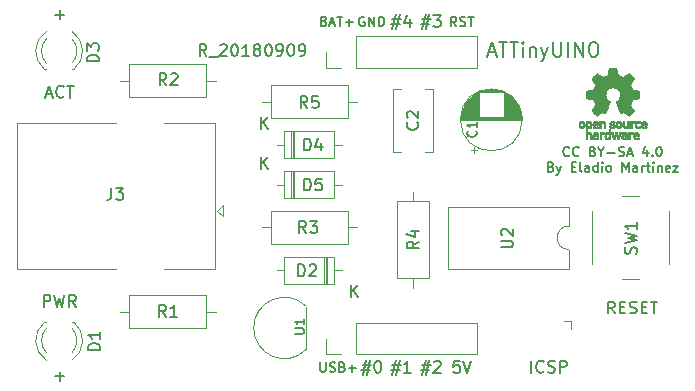
<source format=gbr>
G04 #@! TF.GenerationSoftware,KiCad,Pcbnew,(5.0.0)*
G04 #@! TF.CreationDate,2018-09-10T17:35:09-05:00*
G04 #@! TF.ProjectId,mini-attinyuino,6D696E692D617474696E7975696E6F2E,1.0*
G04 #@! TF.SameCoordinates,Original*
G04 #@! TF.FileFunction,Legend,Top*
G04 #@! TF.FilePolarity,Positive*
%FSLAX46Y46*%
G04 Gerber Fmt 4.6, Leading zero omitted, Abs format (unit mm)*
G04 Created by KiCad (PCBNEW (5.0.0)) date 09/10/18 17:35:09*
%MOMM*%
%LPD*%
G01*
G04 APERTURE LIST*
%ADD10C,0.127000*%
%ADD11C,0.200000*%
%ADD12C,0.120000*%
%ADD13C,0.010000*%
%ADD14C,0.150000*%
G04 APERTURE END LIST*
D10*
X130270304Y-84561284D02*
X130003638Y-84180332D01*
X129813161Y-84561284D02*
X129813161Y-83761284D01*
X130117923Y-83761284D01*
X130194114Y-83799380D01*
X130232209Y-83837475D01*
X130270304Y-83913665D01*
X130270304Y-84027951D01*
X130232209Y-84104141D01*
X130194114Y-84142237D01*
X130117923Y-84180332D01*
X129813161Y-84180332D01*
X130575066Y-84523189D02*
X130689352Y-84561284D01*
X130879828Y-84561284D01*
X130956019Y-84523189D01*
X130994114Y-84485094D01*
X131032209Y-84408903D01*
X131032209Y-84332713D01*
X130994114Y-84256522D01*
X130956019Y-84218427D01*
X130879828Y-84180332D01*
X130727447Y-84142237D01*
X130651257Y-84104141D01*
X130613161Y-84066046D01*
X130575066Y-83989856D01*
X130575066Y-83913665D01*
X130613161Y-83837475D01*
X130651257Y-83799380D01*
X130727447Y-83761284D01*
X130917923Y-83761284D01*
X131032209Y-83799380D01*
X131260780Y-83761284D02*
X131717923Y-83761284D01*
X131489352Y-84561284D02*
X131489352Y-83761284D01*
X127362365Y-83979094D02*
X128076651Y-83979094D01*
X127648080Y-83550522D02*
X127362365Y-84836237D01*
X127981413Y-84407665D02*
X127267127Y-84407665D01*
X127695699Y-84836237D02*
X127981413Y-83550522D01*
X128314746Y-83645760D02*
X128933794Y-83645760D01*
X128600460Y-84026713D01*
X128743318Y-84026713D01*
X128838556Y-84074332D01*
X128886175Y-84121951D01*
X128933794Y-84217189D01*
X128933794Y-84455284D01*
X128886175Y-84550522D01*
X128838556Y-84598141D01*
X128743318Y-84645760D01*
X128457603Y-84645760D01*
X128362365Y-84598141D01*
X128314746Y-84550522D01*
X124845225Y-83979094D02*
X125559511Y-83979094D01*
X125130940Y-83550522D02*
X124845225Y-84836237D01*
X125464273Y-84407665D02*
X124749987Y-84407665D01*
X125178559Y-84836237D02*
X125464273Y-83550522D01*
X126321416Y-83979094D02*
X126321416Y-84645760D01*
X126083320Y-83598141D02*
X125845225Y-84312427D01*
X126464273Y-84312427D01*
X122476336Y-83799380D02*
X122400145Y-83761284D01*
X122285860Y-83761284D01*
X122171574Y-83799380D01*
X122095383Y-83875570D01*
X122057288Y-83951760D01*
X122019193Y-84104141D01*
X122019193Y-84218427D01*
X122057288Y-84370808D01*
X122095383Y-84446999D01*
X122171574Y-84523189D01*
X122285860Y-84561284D01*
X122362050Y-84561284D01*
X122476336Y-84523189D01*
X122514431Y-84485094D01*
X122514431Y-84218427D01*
X122362050Y-84218427D01*
X122857288Y-84561284D02*
X122857288Y-83761284D01*
X123314431Y-84561284D01*
X123314431Y-83761284D01*
X123695383Y-84561284D02*
X123695383Y-83761284D01*
X123885860Y-83761284D01*
X124000145Y-83799380D01*
X124076336Y-83875570D01*
X124114431Y-83951760D01*
X124152526Y-84104141D01*
X124152526Y-84218427D01*
X124114431Y-84370808D01*
X124076336Y-84446999D01*
X124000145Y-84523189D01*
X123885860Y-84561284D01*
X123695383Y-84561284D01*
X119056285Y-84142237D02*
X119170571Y-84180332D01*
X119208666Y-84218427D01*
X119246761Y-84294618D01*
X119246761Y-84408903D01*
X119208666Y-84485094D01*
X119170571Y-84523189D01*
X119094380Y-84561284D01*
X118789619Y-84561284D01*
X118789619Y-83761284D01*
X119056285Y-83761284D01*
X119132476Y-83799380D01*
X119170571Y-83837475D01*
X119208666Y-83913665D01*
X119208666Y-83989856D01*
X119170571Y-84066046D01*
X119132476Y-84104141D01*
X119056285Y-84142237D01*
X118789619Y-84142237D01*
X119551523Y-84332713D02*
X119932476Y-84332713D01*
X119475333Y-84561284D02*
X119742000Y-83761284D01*
X120008666Y-84561284D01*
X120161047Y-83761284D02*
X120618190Y-83761284D01*
X120389619Y-84561284D02*
X120389619Y-83761284D01*
X120884857Y-84256522D02*
X121494380Y-84256522D01*
X121189619Y-84561284D02*
X121189619Y-83951760D01*
X130528083Y-112916720D02*
X130051893Y-112916720D01*
X130004274Y-113392911D01*
X130051893Y-113345292D01*
X130147131Y-113297673D01*
X130385226Y-113297673D01*
X130480464Y-113345292D01*
X130528083Y-113392911D01*
X130575702Y-113488149D01*
X130575702Y-113726244D01*
X130528083Y-113821482D01*
X130480464Y-113869101D01*
X130385226Y-113916720D01*
X130147131Y-113916720D01*
X130051893Y-113869101D01*
X130004274Y-113821482D01*
X130861417Y-112916720D02*
X131194750Y-113916720D01*
X131528083Y-112916720D01*
X127364905Y-113250054D02*
X128079191Y-113250054D01*
X127650620Y-112821482D02*
X127364905Y-114107197D01*
X127983953Y-113678625D02*
X127269667Y-113678625D01*
X127698239Y-114107197D02*
X127983953Y-112821482D01*
X128364905Y-113011959D02*
X128412524Y-112964340D01*
X128507762Y-112916720D01*
X128745858Y-112916720D01*
X128841096Y-112964340D01*
X128888715Y-113011959D01*
X128936334Y-113107197D01*
X128936334Y-113202435D01*
X128888715Y-113345292D01*
X128317286Y-113916720D01*
X128936334Y-113916720D01*
X124827445Y-113250054D02*
X125541731Y-113250054D01*
X125113160Y-112821482D02*
X124827445Y-114107197D01*
X125446493Y-113678625D02*
X124732207Y-113678625D01*
X125160779Y-114107197D02*
X125446493Y-112821482D01*
X126398874Y-113916720D02*
X125827445Y-113916720D01*
X126113160Y-113916720D02*
X126113160Y-112916720D01*
X126017921Y-113059578D01*
X125922683Y-113154816D01*
X125827445Y-113202435D01*
X122320465Y-113250054D02*
X123034751Y-113250054D01*
X122606180Y-112821482D02*
X122320465Y-114107197D01*
X122939513Y-113678625D02*
X122225227Y-113678625D01*
X122653799Y-114107197D02*
X122939513Y-112821482D01*
X123558560Y-112916720D02*
X123653799Y-112916720D01*
X123749037Y-112964340D01*
X123796656Y-113011959D01*
X123844275Y-113107197D01*
X123891894Y-113297673D01*
X123891894Y-113535768D01*
X123844275Y-113726244D01*
X123796656Y-113821482D01*
X123749037Y-113869101D01*
X123653799Y-113916720D01*
X123558560Y-113916720D01*
X123463322Y-113869101D01*
X123415703Y-113821482D01*
X123368084Y-113726244D01*
X123320465Y-113535768D01*
X123320465Y-113297673D01*
X123368084Y-113107197D01*
X123415703Y-113011959D01*
X123463322Y-112964340D01*
X123558560Y-112916720D01*
X118743918Y-113032244D02*
X118743918Y-113679863D01*
X118782013Y-113756054D01*
X118820108Y-113794149D01*
X118896299Y-113832244D01*
X119048680Y-113832244D01*
X119124870Y-113794149D01*
X119162965Y-113756054D01*
X119201060Y-113679863D01*
X119201060Y-113032244D01*
X119543918Y-113794149D02*
X119658203Y-113832244D01*
X119848680Y-113832244D01*
X119924870Y-113794149D01*
X119962965Y-113756054D01*
X120001060Y-113679863D01*
X120001060Y-113603673D01*
X119962965Y-113527482D01*
X119924870Y-113489387D01*
X119848680Y-113451292D01*
X119696299Y-113413197D01*
X119620108Y-113375101D01*
X119582013Y-113337006D01*
X119543918Y-113260816D01*
X119543918Y-113184625D01*
X119582013Y-113108435D01*
X119620108Y-113070340D01*
X119696299Y-113032244D01*
X119886775Y-113032244D01*
X120001060Y-113070340D01*
X120610584Y-113413197D02*
X120724870Y-113451292D01*
X120762965Y-113489387D01*
X120801060Y-113565578D01*
X120801060Y-113679863D01*
X120762965Y-113756054D01*
X120724870Y-113794149D01*
X120648680Y-113832244D01*
X120343918Y-113832244D01*
X120343918Y-113032244D01*
X120610584Y-113032244D01*
X120686775Y-113070340D01*
X120724870Y-113108435D01*
X120762965Y-113184625D01*
X120762965Y-113260816D01*
X120724870Y-113337006D01*
X120686775Y-113375101D01*
X120610584Y-113413197D01*
X120343918Y-113413197D01*
X121143918Y-113527482D02*
X121753441Y-113527482D01*
X121448680Y-113832244D02*
X121448680Y-113222720D01*
X96304147Y-114229188D02*
X97066052Y-114229188D01*
X96685100Y-114610140D02*
X96685100Y-113848236D01*
X95316206Y-108326180D02*
X95316206Y-107326180D01*
X95697159Y-107326180D01*
X95792397Y-107373800D01*
X95840016Y-107421419D01*
X95887635Y-107516657D01*
X95887635Y-107659514D01*
X95840016Y-107754752D01*
X95792397Y-107802371D01*
X95697159Y-107849990D01*
X95316206Y-107849990D01*
X96220968Y-107326180D02*
X96459063Y-108326180D01*
X96649540Y-107611895D01*
X96840016Y-108326180D01*
X97078111Y-107326180D01*
X98030492Y-108326180D02*
X97697159Y-107849990D01*
X97459063Y-108326180D02*
X97459063Y-107326180D01*
X97840016Y-107326180D01*
X97935254Y-107373800D01*
X97982873Y-107421419D01*
X98030492Y-107516657D01*
X98030492Y-107659514D01*
X97982873Y-107754752D01*
X97935254Y-107802371D01*
X97840016Y-107849990D01*
X97459063Y-107849990D01*
X96291447Y-83586628D02*
X97053352Y-83586628D01*
X96672400Y-83967580D02*
X96672400Y-83205676D01*
X95535572Y-90329046D02*
X96011762Y-90329046D01*
X95440334Y-90614760D02*
X95773667Y-89614760D01*
X96107000Y-90614760D01*
X97011762Y-90519522D02*
X96964143Y-90567141D01*
X96821286Y-90614760D01*
X96726048Y-90614760D01*
X96583191Y-90567141D01*
X96487953Y-90471903D01*
X96440334Y-90376665D01*
X96392715Y-90186189D01*
X96392715Y-90043332D01*
X96440334Y-89852856D01*
X96487953Y-89757618D01*
X96583191Y-89662380D01*
X96726048Y-89614760D01*
X96821286Y-89614760D01*
X96964143Y-89662380D01*
X97011762Y-89709999D01*
X97297477Y-89614760D02*
X97868905Y-89614760D01*
X97583191Y-90614760D02*
X97583191Y-89614760D01*
X109102243Y-87094320D02*
X108768910Y-86618130D01*
X108530815Y-87094320D02*
X108530815Y-86094320D01*
X108911767Y-86094320D01*
X109007005Y-86141940D01*
X109054624Y-86189559D01*
X109102243Y-86284797D01*
X109102243Y-86427654D01*
X109054624Y-86522892D01*
X109007005Y-86570511D01*
X108911767Y-86618130D01*
X108530815Y-86618130D01*
X109292719Y-87189559D02*
X110054624Y-87189559D01*
X110245100Y-86189559D02*
X110292719Y-86141940D01*
X110387957Y-86094320D01*
X110626053Y-86094320D01*
X110721291Y-86141940D01*
X110768910Y-86189559D01*
X110816529Y-86284797D01*
X110816529Y-86380035D01*
X110768910Y-86522892D01*
X110197481Y-87094320D01*
X110816529Y-87094320D01*
X111435576Y-86094320D02*
X111530815Y-86094320D01*
X111626053Y-86141940D01*
X111673672Y-86189559D01*
X111721291Y-86284797D01*
X111768910Y-86475273D01*
X111768910Y-86713368D01*
X111721291Y-86903844D01*
X111673672Y-86999082D01*
X111626053Y-87046701D01*
X111530815Y-87094320D01*
X111435576Y-87094320D01*
X111340338Y-87046701D01*
X111292719Y-86999082D01*
X111245100Y-86903844D01*
X111197481Y-86713368D01*
X111197481Y-86475273D01*
X111245100Y-86284797D01*
X111292719Y-86189559D01*
X111340338Y-86141940D01*
X111435576Y-86094320D01*
X112721291Y-87094320D02*
X112149862Y-87094320D01*
X112435576Y-87094320D02*
X112435576Y-86094320D01*
X112340338Y-86237178D01*
X112245100Y-86332416D01*
X112149862Y-86380035D01*
X113292719Y-86522892D02*
X113197481Y-86475273D01*
X113149862Y-86427654D01*
X113102243Y-86332416D01*
X113102243Y-86284797D01*
X113149862Y-86189559D01*
X113197481Y-86141940D01*
X113292719Y-86094320D01*
X113483196Y-86094320D01*
X113578434Y-86141940D01*
X113626053Y-86189559D01*
X113673672Y-86284797D01*
X113673672Y-86332416D01*
X113626053Y-86427654D01*
X113578434Y-86475273D01*
X113483196Y-86522892D01*
X113292719Y-86522892D01*
X113197481Y-86570511D01*
X113149862Y-86618130D01*
X113102243Y-86713368D01*
X113102243Y-86903844D01*
X113149862Y-86999082D01*
X113197481Y-87046701D01*
X113292719Y-87094320D01*
X113483196Y-87094320D01*
X113578434Y-87046701D01*
X113626053Y-86999082D01*
X113673672Y-86903844D01*
X113673672Y-86713368D01*
X113626053Y-86618130D01*
X113578434Y-86570511D01*
X113483196Y-86522892D01*
X114292719Y-86094320D02*
X114387957Y-86094320D01*
X114483196Y-86141940D01*
X114530815Y-86189559D01*
X114578434Y-86284797D01*
X114626053Y-86475273D01*
X114626053Y-86713368D01*
X114578434Y-86903844D01*
X114530815Y-86999082D01*
X114483196Y-87046701D01*
X114387957Y-87094320D01*
X114292719Y-87094320D01*
X114197481Y-87046701D01*
X114149862Y-86999082D01*
X114102243Y-86903844D01*
X114054624Y-86713368D01*
X114054624Y-86475273D01*
X114102243Y-86284797D01*
X114149862Y-86189559D01*
X114197481Y-86141940D01*
X114292719Y-86094320D01*
X115102243Y-87094320D02*
X115292719Y-87094320D01*
X115387957Y-87046701D01*
X115435576Y-86999082D01*
X115530815Y-86856225D01*
X115578434Y-86665749D01*
X115578434Y-86284797D01*
X115530815Y-86189559D01*
X115483196Y-86141940D01*
X115387957Y-86094320D01*
X115197481Y-86094320D01*
X115102243Y-86141940D01*
X115054624Y-86189559D01*
X115007005Y-86284797D01*
X115007005Y-86522892D01*
X115054624Y-86618130D01*
X115102243Y-86665749D01*
X115197481Y-86713368D01*
X115387957Y-86713368D01*
X115483196Y-86665749D01*
X115530815Y-86618130D01*
X115578434Y-86522892D01*
X116197481Y-86094320D02*
X116292719Y-86094320D01*
X116387957Y-86141940D01*
X116435576Y-86189559D01*
X116483196Y-86284797D01*
X116530815Y-86475273D01*
X116530815Y-86713368D01*
X116483196Y-86903844D01*
X116435576Y-86999082D01*
X116387957Y-87046701D01*
X116292719Y-87094320D01*
X116197481Y-87094320D01*
X116102243Y-87046701D01*
X116054624Y-86999082D01*
X116007005Y-86903844D01*
X115959386Y-86713368D01*
X115959386Y-86475273D01*
X116007005Y-86284797D01*
X116054624Y-86189559D01*
X116102243Y-86141940D01*
X116197481Y-86094320D01*
X117007005Y-87094320D02*
X117197481Y-87094320D01*
X117292719Y-87046701D01*
X117340338Y-86999082D01*
X117435576Y-86856225D01*
X117483196Y-86665749D01*
X117483196Y-86284797D01*
X117435576Y-86189559D01*
X117387957Y-86141940D01*
X117292719Y-86094320D01*
X117102243Y-86094320D01*
X117007005Y-86141940D01*
X116959386Y-86189559D01*
X116911767Y-86284797D01*
X116911767Y-86522892D01*
X116959386Y-86618130D01*
X117007005Y-86665749D01*
X117102243Y-86713368D01*
X117292719Y-86713368D01*
X117387957Y-86665749D01*
X117435576Y-86618130D01*
X117483196Y-86522892D01*
D11*
X132973760Y-86798760D02*
X133545188Y-86798760D01*
X132859474Y-87141617D02*
X133259474Y-85941617D01*
X133659474Y-87141617D01*
X133888045Y-85941617D02*
X134573760Y-85941617D01*
X134230903Y-87141617D02*
X134230903Y-85941617D01*
X134802331Y-85941617D02*
X135488045Y-85941617D01*
X135145188Y-87141617D02*
X135145188Y-85941617D01*
X135888045Y-87141617D02*
X135888045Y-86341617D01*
X135888045Y-85941617D02*
X135830903Y-85998760D01*
X135888045Y-86055902D01*
X135945188Y-85998760D01*
X135888045Y-85941617D01*
X135888045Y-86055902D01*
X136459474Y-86341617D02*
X136459474Y-87141617D01*
X136459474Y-86455902D02*
X136516617Y-86398760D01*
X136630903Y-86341617D01*
X136802331Y-86341617D01*
X136916617Y-86398760D01*
X136973760Y-86513045D01*
X136973760Y-87141617D01*
X137430903Y-86341617D02*
X137716617Y-87141617D01*
X138002331Y-86341617D02*
X137716617Y-87141617D01*
X137602331Y-87427331D01*
X137545188Y-87484474D01*
X137430903Y-87541617D01*
X138459474Y-85941617D02*
X138459474Y-86913045D01*
X138516617Y-87027331D01*
X138573760Y-87084474D01*
X138688045Y-87141617D01*
X138916617Y-87141617D01*
X139030903Y-87084474D01*
X139088045Y-87027331D01*
X139145188Y-86913045D01*
X139145188Y-85941617D01*
X139716617Y-87141617D02*
X139716617Y-85941617D01*
X140288045Y-87141617D02*
X140288045Y-85941617D01*
X140973760Y-87141617D01*
X140973760Y-85941617D01*
X141773760Y-85941617D02*
X142002331Y-85941617D01*
X142116617Y-85998760D01*
X142230903Y-86113045D01*
X142288045Y-86341617D01*
X142288045Y-86741617D01*
X142230903Y-86970188D01*
X142116617Y-87084474D01*
X142002331Y-87141617D01*
X141773760Y-87141617D01*
X141659474Y-87084474D01*
X141545188Y-86970188D01*
X141488045Y-86741617D01*
X141488045Y-86341617D01*
X141545188Y-86113045D01*
X141659474Y-85998760D01*
X141773760Y-85941617D01*
D10*
X139808409Y-95507020D02*
X139770314Y-95545115D01*
X139656028Y-95583210D01*
X139579838Y-95583210D01*
X139465552Y-95545115D01*
X139389361Y-95468925D01*
X139351266Y-95392734D01*
X139313171Y-95240353D01*
X139313171Y-95126067D01*
X139351266Y-94973686D01*
X139389361Y-94897496D01*
X139465552Y-94821306D01*
X139579838Y-94783210D01*
X139656028Y-94783210D01*
X139770314Y-94821306D01*
X139808409Y-94859401D01*
X140608409Y-95507020D02*
X140570314Y-95545115D01*
X140456028Y-95583210D01*
X140379838Y-95583210D01*
X140265552Y-95545115D01*
X140189361Y-95468925D01*
X140151266Y-95392734D01*
X140113171Y-95240353D01*
X140113171Y-95126067D01*
X140151266Y-94973686D01*
X140189361Y-94897496D01*
X140265552Y-94821306D01*
X140379838Y-94783210D01*
X140456028Y-94783210D01*
X140570314Y-94821306D01*
X140608409Y-94859401D01*
X141827457Y-95164163D02*
X141941742Y-95202258D01*
X141979838Y-95240353D01*
X142017933Y-95316544D01*
X142017933Y-95430829D01*
X141979838Y-95507020D01*
X141941742Y-95545115D01*
X141865552Y-95583210D01*
X141560790Y-95583210D01*
X141560790Y-94783210D01*
X141827457Y-94783210D01*
X141903647Y-94821306D01*
X141941742Y-94859401D01*
X141979838Y-94935591D01*
X141979838Y-95011782D01*
X141941742Y-95087972D01*
X141903647Y-95126067D01*
X141827457Y-95164163D01*
X141560790Y-95164163D01*
X142513171Y-95202258D02*
X142513171Y-95583210D01*
X142246504Y-94783210D02*
X142513171Y-95202258D01*
X142779838Y-94783210D01*
X143046504Y-95278448D02*
X143656028Y-95278448D01*
X143998885Y-95545115D02*
X144113171Y-95583210D01*
X144303647Y-95583210D01*
X144379838Y-95545115D01*
X144417933Y-95507020D01*
X144456028Y-95430829D01*
X144456028Y-95354639D01*
X144417933Y-95278448D01*
X144379838Y-95240353D01*
X144303647Y-95202258D01*
X144151266Y-95164163D01*
X144075076Y-95126067D01*
X144036980Y-95087972D01*
X143998885Y-95011782D01*
X143998885Y-94935591D01*
X144036980Y-94859401D01*
X144075076Y-94821306D01*
X144151266Y-94783210D01*
X144341742Y-94783210D01*
X144456028Y-94821306D01*
X144760790Y-95354639D02*
X145141742Y-95354639D01*
X144684600Y-95583210D02*
X144951266Y-94783210D01*
X145217933Y-95583210D01*
X146436980Y-95049877D02*
X146436980Y-95583210D01*
X146246504Y-94745115D02*
X146056028Y-95316544D01*
X146551266Y-95316544D01*
X146856028Y-95507020D02*
X146894123Y-95545115D01*
X146856028Y-95583210D01*
X146817933Y-95545115D01*
X146856028Y-95507020D01*
X146856028Y-95583210D01*
X147389361Y-94783210D02*
X147465552Y-94783210D01*
X147541742Y-94821306D01*
X147579838Y-94859401D01*
X147617933Y-94935591D01*
X147656028Y-95087972D01*
X147656028Y-95278448D01*
X147617933Y-95430829D01*
X147579838Y-95507020D01*
X147541742Y-95545115D01*
X147465552Y-95583210D01*
X147389361Y-95583210D01*
X147313171Y-95545115D01*
X147275076Y-95507020D01*
X147236980Y-95430829D01*
X147198885Y-95278448D01*
X147198885Y-95087972D01*
X147236980Y-94935591D01*
X147275076Y-94859401D01*
X147313171Y-94821306D01*
X147389361Y-94783210D01*
X138265552Y-96491163D02*
X138379838Y-96529258D01*
X138417933Y-96567353D01*
X138456028Y-96643544D01*
X138456028Y-96757829D01*
X138417933Y-96834020D01*
X138379838Y-96872115D01*
X138303647Y-96910210D01*
X137998885Y-96910210D01*
X137998885Y-96110210D01*
X138265552Y-96110210D01*
X138341742Y-96148306D01*
X138379838Y-96186401D01*
X138417933Y-96262591D01*
X138417933Y-96338782D01*
X138379838Y-96414972D01*
X138341742Y-96453067D01*
X138265552Y-96491163D01*
X137998885Y-96491163D01*
X138722695Y-96376877D02*
X138913171Y-96910210D01*
X139103647Y-96376877D02*
X138913171Y-96910210D01*
X138836980Y-97100686D01*
X138798885Y-97138782D01*
X138722695Y-97176877D01*
X140017933Y-96491163D02*
X140284600Y-96491163D01*
X140398885Y-96910210D02*
X140017933Y-96910210D01*
X140017933Y-96110210D01*
X140398885Y-96110210D01*
X140856028Y-96910210D02*
X140779838Y-96872115D01*
X140741742Y-96795925D01*
X140741742Y-96110210D01*
X141503647Y-96910210D02*
X141503647Y-96491163D01*
X141465552Y-96414972D01*
X141389361Y-96376877D01*
X141236980Y-96376877D01*
X141160790Y-96414972D01*
X141503647Y-96872115D02*
X141427457Y-96910210D01*
X141236980Y-96910210D01*
X141160790Y-96872115D01*
X141122695Y-96795925D01*
X141122695Y-96719734D01*
X141160790Y-96643544D01*
X141236980Y-96605448D01*
X141427457Y-96605448D01*
X141503647Y-96567353D01*
X142227457Y-96910210D02*
X142227457Y-96110210D01*
X142227457Y-96872115D02*
X142151266Y-96910210D01*
X141998885Y-96910210D01*
X141922695Y-96872115D01*
X141884600Y-96834020D01*
X141846504Y-96757829D01*
X141846504Y-96529258D01*
X141884600Y-96453067D01*
X141922695Y-96414972D01*
X141998885Y-96376877D01*
X142151266Y-96376877D01*
X142227457Y-96414972D01*
X142608409Y-96910210D02*
X142608409Y-96376877D01*
X142608409Y-96110210D02*
X142570314Y-96148306D01*
X142608409Y-96186401D01*
X142646504Y-96148306D01*
X142608409Y-96110210D01*
X142608409Y-96186401D01*
X143103647Y-96910210D02*
X143027457Y-96872115D01*
X142989361Y-96834020D01*
X142951266Y-96757829D01*
X142951266Y-96529258D01*
X142989361Y-96453067D01*
X143027457Y-96414972D01*
X143103647Y-96376877D01*
X143217933Y-96376877D01*
X143294123Y-96414972D01*
X143332219Y-96453067D01*
X143370314Y-96529258D01*
X143370314Y-96757829D01*
X143332219Y-96834020D01*
X143294123Y-96872115D01*
X143217933Y-96910210D01*
X143103647Y-96910210D01*
X144322695Y-96910210D02*
X144322695Y-96110210D01*
X144589361Y-96681639D01*
X144856028Y-96110210D01*
X144856028Y-96910210D01*
X145579838Y-96910210D02*
X145579838Y-96491163D01*
X145541742Y-96414972D01*
X145465552Y-96376877D01*
X145313171Y-96376877D01*
X145236980Y-96414972D01*
X145579838Y-96872115D02*
X145503647Y-96910210D01*
X145313171Y-96910210D01*
X145236980Y-96872115D01*
X145198885Y-96795925D01*
X145198885Y-96719734D01*
X145236980Y-96643544D01*
X145313171Y-96605448D01*
X145503647Y-96605448D01*
X145579838Y-96567353D01*
X145960790Y-96910210D02*
X145960790Y-96376877D01*
X145960790Y-96529258D02*
X145998885Y-96453067D01*
X146036980Y-96414972D01*
X146113171Y-96376877D01*
X146189361Y-96376877D01*
X146341742Y-96376877D02*
X146646504Y-96376877D01*
X146456028Y-96110210D02*
X146456028Y-96795925D01*
X146494123Y-96872115D01*
X146570314Y-96910210D01*
X146646504Y-96910210D01*
X146913171Y-96910210D02*
X146913171Y-96376877D01*
X146913171Y-96110210D02*
X146875076Y-96148306D01*
X146913171Y-96186401D01*
X146951266Y-96148306D01*
X146913171Y-96110210D01*
X146913171Y-96186401D01*
X147294123Y-96376877D02*
X147294123Y-96910210D01*
X147294123Y-96453067D02*
X147332219Y-96414972D01*
X147408409Y-96376877D01*
X147522695Y-96376877D01*
X147598885Y-96414972D01*
X147636980Y-96491163D01*
X147636980Y-96910210D01*
X148322695Y-96872115D02*
X148246504Y-96910210D01*
X148094123Y-96910210D01*
X148017933Y-96872115D01*
X147979838Y-96795925D01*
X147979838Y-96491163D01*
X148017933Y-96414972D01*
X148094123Y-96376877D01*
X148246504Y-96376877D01*
X148322695Y-96414972D01*
X148360790Y-96491163D01*
X148360790Y-96567353D01*
X147979838Y-96643544D01*
X148627457Y-96376877D02*
X149046504Y-96376877D01*
X148627457Y-96910210D01*
X149046504Y-96910210D01*
X143657819Y-108900220D02*
X143324485Y-108424030D01*
X143086390Y-108900220D02*
X143086390Y-107900220D01*
X143467342Y-107900220D01*
X143562580Y-107947840D01*
X143610200Y-107995459D01*
X143657819Y-108090697D01*
X143657819Y-108233554D01*
X143610200Y-108328792D01*
X143562580Y-108376411D01*
X143467342Y-108424030D01*
X143086390Y-108424030D01*
X144086390Y-108376411D02*
X144419723Y-108376411D01*
X144562580Y-108900220D02*
X144086390Y-108900220D01*
X144086390Y-107900220D01*
X144562580Y-107900220D01*
X144943533Y-108852601D02*
X145086390Y-108900220D01*
X145324485Y-108900220D01*
X145419723Y-108852601D01*
X145467342Y-108804982D01*
X145514961Y-108709744D01*
X145514961Y-108614506D01*
X145467342Y-108519268D01*
X145419723Y-108471649D01*
X145324485Y-108424030D01*
X145134009Y-108376411D01*
X145038771Y-108328792D01*
X144991152Y-108281173D01*
X144943533Y-108185935D01*
X144943533Y-108090697D01*
X144991152Y-107995459D01*
X145038771Y-107947840D01*
X145134009Y-107900220D01*
X145372104Y-107900220D01*
X145514961Y-107947840D01*
X145943533Y-108376411D02*
X146276866Y-108376411D01*
X146419723Y-108900220D02*
X145943533Y-108900220D01*
X145943533Y-107900220D01*
X146419723Y-107900220D01*
X146705438Y-107900220D02*
X147276866Y-107900220D01*
X146991152Y-108900220D02*
X146991152Y-107900220D01*
X136600749Y-113901480D02*
X136600749Y-112901480D01*
X137648368Y-113806242D02*
X137600749Y-113853861D01*
X137457892Y-113901480D01*
X137362654Y-113901480D01*
X137219797Y-113853861D01*
X137124559Y-113758623D01*
X137076940Y-113663385D01*
X137029320Y-113472909D01*
X137029320Y-113330052D01*
X137076940Y-113139576D01*
X137124559Y-113044338D01*
X137219797Y-112949100D01*
X137362654Y-112901480D01*
X137457892Y-112901480D01*
X137600749Y-112949100D01*
X137648368Y-112996719D01*
X138029320Y-113853861D02*
X138172178Y-113901480D01*
X138410273Y-113901480D01*
X138505511Y-113853861D01*
X138553130Y-113806242D01*
X138600749Y-113711004D01*
X138600749Y-113615766D01*
X138553130Y-113520528D01*
X138505511Y-113472909D01*
X138410273Y-113425290D01*
X138219797Y-113377671D01*
X138124559Y-113330052D01*
X138076940Y-113282433D01*
X138029320Y-113187195D01*
X138029320Y-113091957D01*
X138076940Y-112996719D01*
X138124559Y-112949100D01*
X138219797Y-112901480D01*
X138457892Y-112901480D01*
X138600749Y-112949100D01*
X139029320Y-113901480D02*
X139029320Y-112901480D01*
X139410273Y-112901480D01*
X139505511Y-112949100D01*
X139553130Y-112996719D01*
X139600749Y-113091957D01*
X139600749Y-113234814D01*
X139553130Y-113330052D01*
X139505511Y-113377671D01*
X139410273Y-113425290D01*
X139029320Y-113425290D01*
D12*
G04 #@! TO.C,J1*
X132004000Y-112353000D02*
X132004000Y-109693000D01*
X121784000Y-112353000D02*
X132004000Y-112353000D01*
X121784000Y-109693000D02*
X132004000Y-109693000D01*
X121784000Y-112353000D02*
X121784000Y-109693000D01*
X120514000Y-112353000D02*
X119184000Y-112353000D01*
X119184000Y-112353000D02*
X119184000Y-111023000D01*
G04 #@! TO.C,C1*
X135835000Y-92503800D02*
G75*
G03X135835000Y-92503800I-2620000J0D01*
G01*
X130635000Y-92503800D02*
X135795000Y-92503800D01*
X130635000Y-92463800D02*
X135795000Y-92463800D01*
X130636000Y-92423800D02*
X135794000Y-92423800D01*
X130637000Y-92383800D02*
X135793000Y-92383800D01*
X130639000Y-92343800D02*
X135791000Y-92343800D01*
X130642000Y-92303800D02*
X135788000Y-92303800D01*
X130646000Y-92263800D02*
X132175000Y-92263800D01*
X134255000Y-92263800D02*
X135784000Y-92263800D01*
X130650000Y-92223800D02*
X132175000Y-92223800D01*
X134255000Y-92223800D02*
X135780000Y-92223800D01*
X130654000Y-92183800D02*
X132175000Y-92183800D01*
X134255000Y-92183800D02*
X135776000Y-92183800D01*
X130659000Y-92143800D02*
X132175000Y-92143800D01*
X134255000Y-92143800D02*
X135771000Y-92143800D01*
X130665000Y-92103800D02*
X132175000Y-92103800D01*
X134255000Y-92103800D02*
X135765000Y-92103800D01*
X130672000Y-92063800D02*
X132175000Y-92063800D01*
X134255000Y-92063800D02*
X135758000Y-92063800D01*
X130679000Y-92023800D02*
X132175000Y-92023800D01*
X134255000Y-92023800D02*
X135751000Y-92023800D01*
X130687000Y-91983800D02*
X132175000Y-91983800D01*
X134255000Y-91983800D02*
X135743000Y-91983800D01*
X130695000Y-91943800D02*
X132175000Y-91943800D01*
X134255000Y-91943800D02*
X135735000Y-91943800D01*
X130704000Y-91903800D02*
X132175000Y-91903800D01*
X134255000Y-91903800D02*
X135726000Y-91903800D01*
X130714000Y-91863800D02*
X132175000Y-91863800D01*
X134255000Y-91863800D02*
X135716000Y-91863800D01*
X130724000Y-91823800D02*
X132175000Y-91823800D01*
X134255000Y-91823800D02*
X135706000Y-91823800D01*
X130735000Y-91782800D02*
X132175000Y-91782800D01*
X134255000Y-91782800D02*
X135695000Y-91782800D01*
X130747000Y-91742800D02*
X132175000Y-91742800D01*
X134255000Y-91742800D02*
X135683000Y-91742800D01*
X130760000Y-91702800D02*
X132175000Y-91702800D01*
X134255000Y-91702800D02*
X135670000Y-91702800D01*
X130773000Y-91662800D02*
X132175000Y-91662800D01*
X134255000Y-91662800D02*
X135657000Y-91662800D01*
X130787000Y-91622800D02*
X132175000Y-91622800D01*
X134255000Y-91622800D02*
X135643000Y-91622800D01*
X130801000Y-91582800D02*
X132175000Y-91582800D01*
X134255000Y-91582800D02*
X135629000Y-91582800D01*
X130817000Y-91542800D02*
X132175000Y-91542800D01*
X134255000Y-91542800D02*
X135613000Y-91542800D01*
X130833000Y-91502800D02*
X132175000Y-91502800D01*
X134255000Y-91502800D02*
X135597000Y-91502800D01*
X130850000Y-91462800D02*
X132175000Y-91462800D01*
X134255000Y-91462800D02*
X135580000Y-91462800D01*
X130867000Y-91422800D02*
X132175000Y-91422800D01*
X134255000Y-91422800D02*
X135563000Y-91422800D01*
X130886000Y-91382800D02*
X132175000Y-91382800D01*
X134255000Y-91382800D02*
X135544000Y-91382800D01*
X130905000Y-91342800D02*
X132175000Y-91342800D01*
X134255000Y-91342800D02*
X135525000Y-91342800D01*
X130925000Y-91302800D02*
X132175000Y-91302800D01*
X134255000Y-91302800D02*
X135505000Y-91302800D01*
X130947000Y-91262800D02*
X132175000Y-91262800D01*
X134255000Y-91262800D02*
X135483000Y-91262800D01*
X130968000Y-91222800D02*
X132175000Y-91222800D01*
X134255000Y-91222800D02*
X135462000Y-91222800D01*
X130991000Y-91182800D02*
X132175000Y-91182800D01*
X134255000Y-91182800D02*
X135439000Y-91182800D01*
X131015000Y-91142800D02*
X132175000Y-91142800D01*
X134255000Y-91142800D02*
X135415000Y-91142800D01*
X131040000Y-91102800D02*
X132175000Y-91102800D01*
X134255000Y-91102800D02*
X135390000Y-91102800D01*
X131066000Y-91062800D02*
X132175000Y-91062800D01*
X134255000Y-91062800D02*
X135364000Y-91062800D01*
X131093000Y-91022800D02*
X132175000Y-91022800D01*
X134255000Y-91022800D02*
X135337000Y-91022800D01*
X131120000Y-90982800D02*
X132175000Y-90982800D01*
X134255000Y-90982800D02*
X135310000Y-90982800D01*
X131150000Y-90942800D02*
X132175000Y-90942800D01*
X134255000Y-90942800D02*
X135280000Y-90942800D01*
X131180000Y-90902800D02*
X132175000Y-90902800D01*
X134255000Y-90902800D02*
X135250000Y-90902800D01*
X131211000Y-90862800D02*
X132175000Y-90862800D01*
X134255000Y-90862800D02*
X135219000Y-90862800D01*
X131244000Y-90822800D02*
X132175000Y-90822800D01*
X134255000Y-90822800D02*
X135186000Y-90822800D01*
X131278000Y-90782800D02*
X132175000Y-90782800D01*
X134255000Y-90782800D02*
X135152000Y-90782800D01*
X131314000Y-90742800D02*
X132175000Y-90742800D01*
X134255000Y-90742800D02*
X135116000Y-90742800D01*
X131351000Y-90702800D02*
X132175000Y-90702800D01*
X134255000Y-90702800D02*
X135079000Y-90702800D01*
X131389000Y-90662800D02*
X132175000Y-90662800D01*
X134255000Y-90662800D02*
X135041000Y-90662800D01*
X131430000Y-90622800D02*
X132175000Y-90622800D01*
X134255000Y-90622800D02*
X135000000Y-90622800D01*
X131472000Y-90582800D02*
X132175000Y-90582800D01*
X134255000Y-90582800D02*
X134958000Y-90582800D01*
X131516000Y-90542800D02*
X132175000Y-90542800D01*
X134255000Y-90542800D02*
X134914000Y-90542800D01*
X131562000Y-90502800D02*
X132175000Y-90502800D01*
X134255000Y-90502800D02*
X134868000Y-90502800D01*
X131610000Y-90462800D02*
X132175000Y-90462800D01*
X134255000Y-90462800D02*
X134820000Y-90462800D01*
X131661000Y-90422800D02*
X132175000Y-90422800D01*
X134255000Y-90422800D02*
X134769000Y-90422800D01*
X131715000Y-90382800D02*
X132175000Y-90382800D01*
X134255000Y-90382800D02*
X134715000Y-90382800D01*
X131772000Y-90342800D02*
X132175000Y-90342800D01*
X134255000Y-90342800D02*
X134658000Y-90342800D01*
X131832000Y-90302800D02*
X132175000Y-90302800D01*
X134255000Y-90302800D02*
X134598000Y-90302800D01*
X131896000Y-90262800D02*
X132175000Y-90262800D01*
X134255000Y-90262800D02*
X134534000Y-90262800D01*
X131964000Y-90222800D02*
X132175000Y-90222800D01*
X134255000Y-90222800D02*
X134466000Y-90222800D01*
X132037000Y-90182800D02*
X134393000Y-90182800D01*
X132117000Y-90142800D02*
X134313000Y-90142800D01*
X132204000Y-90102800D02*
X134226000Y-90102800D01*
X132300000Y-90062800D02*
X134130000Y-90062800D01*
X132410000Y-90022800D02*
X134020000Y-90022800D01*
X132538000Y-89982800D02*
X133892000Y-89982800D01*
X132697000Y-89942800D02*
X133733000Y-89942800D01*
X132931000Y-89902800D02*
X133499000Y-89902800D01*
X131740000Y-95308575D02*
X131740000Y-94808575D01*
X131490000Y-95058575D02*
X131990000Y-95058575D01*
G04 #@! TO.C,C2*
X124870000Y-95218700D02*
X124870000Y-89878700D01*
X128312000Y-95218700D02*
X128312000Y-89878700D01*
X124870000Y-95218700D02*
X125536000Y-95218700D01*
X127646000Y-95218700D02*
X128312000Y-95218700D01*
X124870000Y-89878700D02*
X125536000Y-89878700D01*
X127646000Y-89878700D02*
X128312000Y-89878700D01*
G04 #@! TO.C,D1*
X97710408Y-112855335D02*
G75*
G03X97867316Y-109623000I-1078608J1672335D01*
G01*
X95553192Y-112855335D02*
G75*
G02X95396284Y-109623000I1078608J1672335D01*
G01*
X97711637Y-112224130D02*
G75*
G03X97711800Y-110142039I-1079837J1041130D01*
G01*
X95551963Y-112224130D02*
G75*
G02X95551800Y-110142039I1079837J1041130D01*
G01*
X97867800Y-109623000D02*
X97711800Y-109623000D01*
X95551800Y-109623000D02*
X95395800Y-109623000D01*
G04 #@! TO.C,D2*
X119933000Y-106376000D02*
X119933000Y-104136000D01*
X119933000Y-104136000D02*
X115693000Y-104136000D01*
X115693000Y-104136000D02*
X115693000Y-106376000D01*
X115693000Y-106376000D02*
X119933000Y-106376000D01*
X120583000Y-105256000D02*
X119933000Y-105256000D01*
X115043000Y-105256000D02*
X115693000Y-105256000D01*
X119213000Y-106376000D02*
X119213000Y-104136000D01*
X119093000Y-106376000D02*
X119093000Y-104136000D01*
X119333000Y-106376000D02*
X119333000Y-104136000D01*
G04 #@! TO.C,D3*
X97711800Y-88240500D02*
X97867800Y-88240500D01*
X95395800Y-88240500D02*
X95551800Y-88240500D01*
X97711637Y-85639370D02*
G75*
G02X97711800Y-87721461I-1079837J-1041130D01*
G01*
X95551963Y-85639370D02*
G75*
G03X95551800Y-87721461I1079837J-1041130D01*
G01*
X97710408Y-85008165D02*
G75*
G02X97867316Y-88240500I-1078608J-1672335D01*
G01*
X95553192Y-85008165D02*
G75*
G03X95396284Y-88240500I1078608J-1672335D01*
G01*
G04 #@! TO.C,D4*
X115693000Y-93472300D02*
X115693000Y-95712300D01*
X115693000Y-95712300D02*
X119933000Y-95712300D01*
X119933000Y-95712300D02*
X119933000Y-93472300D01*
X119933000Y-93472300D02*
X115693000Y-93472300D01*
X115043000Y-94592300D02*
X115693000Y-94592300D01*
X120583000Y-94592300D02*
X119933000Y-94592300D01*
X116413000Y-93472300D02*
X116413000Y-95712300D01*
X116533000Y-93472300D02*
X116533000Y-95712300D01*
X116293000Y-93472300D02*
X116293000Y-95712300D01*
G04 #@! TO.C,D5*
X116293000Y-96860300D02*
X116293000Y-99100300D01*
X116533000Y-96860300D02*
X116533000Y-99100300D01*
X116413000Y-96860300D02*
X116413000Y-99100300D01*
X120583000Y-97980300D02*
X119933000Y-97980300D01*
X115043000Y-97980300D02*
X115693000Y-97980300D01*
X119933000Y-96860300D02*
X115693000Y-96860300D01*
X119933000Y-99100300D02*
X119933000Y-96860300D01*
X115693000Y-99100300D02*
X119933000Y-99100300D01*
X115693000Y-96860300D02*
X115693000Y-99100300D01*
G04 #@! TO.C,J2*
X119184000Y-88096400D02*
X119184000Y-86766400D01*
X120514000Y-88096400D02*
X119184000Y-88096400D01*
X121784000Y-88096400D02*
X121784000Y-85436400D01*
X121784000Y-85436400D02*
X132004000Y-85436400D01*
X121784000Y-88096400D02*
X132004000Y-88096400D01*
X132004000Y-88096400D02*
X132004000Y-85436400D01*
G04 #@! TO.C,J3*
X105544000Y-105092000D02*
X109804000Y-105092000D01*
X109804000Y-105092000D02*
X109804000Y-92772000D01*
X109804000Y-92772000D02*
X105544000Y-92772000D01*
X101444000Y-105092000D02*
X93084000Y-105092000D01*
X93084000Y-105092000D02*
X93084000Y-92772000D01*
X93084000Y-92772000D02*
X101444000Y-92772000D01*
X110024000Y-100182000D02*
X110524000Y-100682000D01*
X110524000Y-100682000D02*
X110524000Y-99682000D01*
X110524000Y-99682000D02*
X110024000Y-100182000D01*
G04 #@! TO.C,P1*
X139982000Y-109553000D02*
X139982000Y-110188000D01*
X139347000Y-109553000D02*
X139982000Y-109553000D01*
G04 #@! TO.C,R1*
X102562000Y-107365000D02*
X102562000Y-110105000D01*
X102562000Y-110105000D02*
X109102000Y-110105000D01*
X109102000Y-110105000D02*
X109102000Y-107365000D01*
X109102000Y-107365000D02*
X102562000Y-107365000D01*
X101792000Y-108735000D02*
X102562000Y-108735000D01*
X109872000Y-108735000D02*
X109102000Y-108735000D01*
G04 #@! TO.C,R2*
X102562000Y-87809400D02*
X102562000Y-90549400D01*
X102562000Y-90549400D02*
X109102000Y-90549400D01*
X109102000Y-90549400D02*
X109102000Y-87809400D01*
X109102000Y-87809400D02*
X102562000Y-87809400D01*
X101792000Y-89179400D02*
X102562000Y-89179400D01*
X109872000Y-89179400D02*
X109102000Y-89179400D01*
G04 #@! TO.C,R3*
X114543000Y-100248000D02*
X114543000Y-102988000D01*
X114543000Y-102988000D02*
X121083000Y-102988000D01*
X121083000Y-102988000D02*
X121083000Y-100248000D01*
X121083000Y-100248000D02*
X114543000Y-100248000D01*
X113773000Y-101618000D02*
X114543000Y-101618000D01*
X121853000Y-101618000D02*
X121083000Y-101618000D01*
G04 #@! TO.C,R4*
X126591000Y-98621000D02*
X126591000Y-99391000D01*
X126591000Y-106701000D02*
X126591000Y-105931000D01*
X125221000Y-99391000D02*
X125221000Y-105931000D01*
X127961000Y-99391000D02*
X125221000Y-99391000D01*
X127961000Y-105931000D02*
X127961000Y-99391000D01*
X125221000Y-105931000D02*
X127961000Y-105931000D01*
G04 #@! TO.C,R5*
X121853000Y-90954400D02*
X121083000Y-90954400D01*
X113773000Y-90954400D02*
X114543000Y-90954400D01*
X121083000Y-89584400D02*
X114543000Y-89584400D01*
X121083000Y-92324400D02*
X121083000Y-89584400D01*
X114543000Y-92324400D02*
X121083000Y-92324400D01*
X114543000Y-89584400D02*
X114543000Y-92324400D01*
G04 #@! TO.C,SW1*
X141744000Y-100236600D02*
X141744000Y-104736600D01*
X145744000Y-98986600D02*
X144244000Y-98986600D01*
X148244000Y-104736600D02*
X148244000Y-100236600D01*
X144244000Y-105986600D02*
X145744000Y-105986600D01*
G04 #@! TO.C,U1*
X117548000Y-111924000D02*
X117548000Y-108324000D01*
X117536478Y-111962478D02*
G75*
G02X113098000Y-110124000I-1838478J1838478D01*
G01*
X117536478Y-108285522D02*
G75*
G03X113098000Y-110124000I-1838478J-1838478D01*
G01*
G04 #@! TO.C,U2*
X139797000Y-103496600D02*
G75*
G02X139797000Y-101496600I0J1000000D01*
G01*
X139797000Y-101496600D02*
X139797000Y-99846600D01*
X139797000Y-99846600D02*
X129517000Y-99846600D01*
X129517000Y-99846600D02*
X129517000Y-105146600D01*
X129517000Y-105146600D02*
X139797000Y-105146600D01*
X139797000Y-105146600D02*
X139797000Y-103496600D01*
D13*
G04 #@! TO.C,REF01*
G36*
X143869877Y-88435375D02*
X143926725Y-88736927D01*
X144346251Y-88909869D01*
X144597897Y-88738752D01*
X144668371Y-88691107D01*
X144732076Y-88648567D01*
X144786039Y-88613072D01*
X144827286Y-88586567D01*
X144852847Y-88570993D01*
X144859808Y-88567635D01*
X144872348Y-88576271D01*
X144899144Y-88600149D01*
X144937193Y-88636216D01*
X144983492Y-88681424D01*
X145035036Y-88732721D01*
X145088822Y-88787058D01*
X145141848Y-88841385D01*
X145191108Y-88892652D01*
X145233600Y-88937808D01*
X145266320Y-88973803D01*
X145286264Y-88997587D01*
X145291032Y-89005547D01*
X145284170Y-89020222D01*
X145264933Y-89052371D01*
X145235343Y-89098849D01*
X145197423Y-89156513D01*
X145153195Y-89222217D01*
X145127567Y-89259693D01*
X145080854Y-89328125D01*
X145039345Y-89389877D01*
X145005053Y-89441876D01*
X144979993Y-89481049D01*
X144966177Y-89504322D01*
X144964101Y-89509212D01*
X144968808Y-89523112D01*
X144981636Y-89555507D01*
X145000651Y-89601842D01*
X145023916Y-89657563D01*
X145049497Y-89718115D01*
X145075458Y-89778943D01*
X145099863Y-89835493D01*
X145120776Y-89883209D01*
X145136262Y-89917538D01*
X145144385Y-89933925D01*
X145144865Y-89934569D01*
X145157620Y-89937698D01*
X145191590Y-89944678D01*
X145243253Y-89954824D01*
X145309089Y-89967449D01*
X145385577Y-89981866D01*
X145430203Y-89990180D01*
X145511934Y-90005741D01*
X145585756Y-90020549D01*
X145647934Y-90033793D01*
X145694735Y-90044662D01*
X145722422Y-90052346D01*
X145727987Y-90054784D01*
X145733439Y-90071287D01*
X145737837Y-90108557D01*
X145741185Y-90162237D01*
X145743487Y-90227969D01*
X145744745Y-90301394D01*
X145744961Y-90378153D01*
X145744140Y-90453889D01*
X145742284Y-90524243D01*
X145739395Y-90584857D01*
X145735478Y-90631373D01*
X145730535Y-90659432D01*
X145727570Y-90665273D01*
X145709847Y-90672274D01*
X145672294Y-90682284D01*
X145619877Y-90694126D01*
X145557565Y-90706624D01*
X145535813Y-90710667D01*
X145430937Y-90729877D01*
X145348093Y-90745348D01*
X145284543Y-90757694D01*
X145237550Y-90767530D01*
X145204376Y-90775471D01*
X145182284Y-90782133D01*
X145168537Y-90788130D01*
X145160397Y-90794076D01*
X145159258Y-90795251D01*
X145147890Y-90814183D01*
X145130548Y-90851026D01*
X145108963Y-90901270D01*
X145084867Y-90960403D01*
X145059992Y-91023913D01*
X145036070Y-91087289D01*
X145014832Y-91146019D01*
X144998010Y-91195592D01*
X144987335Y-91231496D01*
X144984540Y-91249219D01*
X144984773Y-91249840D01*
X144994244Y-91264327D01*
X145015731Y-91296201D01*
X145046976Y-91342146D01*
X145085720Y-91398842D01*
X145129706Y-91462974D01*
X145142232Y-91481199D01*
X145186897Y-91547271D01*
X145226201Y-91607557D01*
X145258001Y-91658592D01*
X145280158Y-91696917D01*
X145290530Y-91719068D01*
X145291032Y-91721789D01*
X145282318Y-91736093D01*
X145258238Y-91764429D01*
X145221889Y-91803753D01*
X145176366Y-91851018D01*
X145124765Y-91903180D01*
X145070180Y-91957192D01*
X145015707Y-92010010D01*
X144964442Y-92058588D01*
X144919480Y-92099880D01*
X144883917Y-92130842D01*
X144860848Y-92148427D01*
X144854467Y-92151298D01*
X144839612Y-92144535D01*
X144809199Y-92126296D01*
X144768181Y-92099654D01*
X144736622Y-92078209D01*
X144679438Y-92038860D01*
X144611719Y-91992528D01*
X144543793Y-91946270D01*
X144507274Y-91921512D01*
X144383665Y-91837904D01*
X144279904Y-91894007D01*
X144232633Y-91918585D01*
X144192436Y-91937688D01*
X144165239Y-91948584D01*
X144158315Y-91950100D01*
X144149990Y-91938906D01*
X144133567Y-91907274D01*
X144110270Y-91858122D01*
X144081327Y-91794367D01*
X144047963Y-91718928D01*
X144011404Y-91634721D01*
X143972877Y-91544665D01*
X143933607Y-91451678D01*
X143894821Y-91358677D01*
X143857743Y-91268580D01*
X143823602Y-91184305D01*
X143793621Y-91108770D01*
X143769029Y-91044891D01*
X143751049Y-90995588D01*
X143740910Y-90963778D01*
X143739279Y-90952853D01*
X143752204Y-90938918D01*
X143780502Y-90916297D01*
X143818259Y-90889690D01*
X143821428Y-90887585D01*
X143919013Y-90809471D01*
X143997699Y-90718339D01*
X144056804Y-90617102D01*
X144095645Y-90508675D01*
X144113541Y-90395971D01*
X144109810Y-90281905D01*
X144083770Y-90169391D01*
X144034738Y-90061342D01*
X144020313Y-90037702D01*
X143945282Y-89942244D01*
X143856643Y-89865589D01*
X143757462Y-89808137D01*
X143650808Y-89770286D01*
X143539749Y-89752435D01*
X143427352Y-89754982D01*
X143316686Y-89778327D01*
X143210819Y-89822867D01*
X143112818Y-89889002D01*
X143082503Y-89915844D01*
X143005351Y-89999869D01*
X142949131Y-90088323D01*
X142910566Y-90187472D01*
X142889087Y-90285660D01*
X142883785Y-90396054D01*
X142901465Y-90506997D01*
X142940332Y-90614738D01*
X142998590Y-90715526D01*
X143074444Y-90805613D01*
X143166096Y-90881249D01*
X143178141Y-90889221D01*
X143216302Y-90915331D01*
X143245312Y-90937952D01*
X143259181Y-90952396D01*
X143259382Y-90952853D01*
X143256405Y-90968478D01*
X143244602Y-91003939D01*
X143225199Y-91056319D01*
X143199425Y-91122702D01*
X143168504Y-91200171D01*
X143133664Y-91285807D01*
X143096130Y-91376694D01*
X143057130Y-91469916D01*
X143017890Y-91562554D01*
X142979637Y-91651692D01*
X142943596Y-91734412D01*
X142910996Y-91807798D01*
X142883061Y-91868932D01*
X142861018Y-91914898D01*
X142846095Y-91942778D01*
X142840085Y-91950100D01*
X142821722Y-91944398D01*
X142787361Y-91929106D01*
X142742929Y-91906956D01*
X142718496Y-91894007D01*
X142614735Y-91837904D01*
X142491126Y-91921512D01*
X142428027Y-91964344D01*
X142358943Y-92011479D01*
X142294206Y-92055860D01*
X142261779Y-92078209D01*
X142216172Y-92108834D01*
X142177553Y-92133104D01*
X142150961Y-92147944D01*
X142142323Y-92151081D01*
X142129752Y-92142618D01*
X142101929Y-92118993D01*
X142061552Y-92082659D01*
X142011318Y-92036068D01*
X141953925Y-91981674D01*
X141917627Y-91946749D01*
X141854123Y-91884353D01*
X141799240Y-91828545D01*
X141755199Y-91781711D01*
X141724218Y-91746239D01*
X141708515Y-91724518D01*
X141707008Y-91720109D01*
X141713999Y-91703342D01*
X141733319Y-91669439D01*
X141762822Y-91621833D01*
X141800368Y-91563956D01*
X141843813Y-91499241D01*
X141856168Y-91481199D01*
X141901186Y-91415624D01*
X141941573Y-91356585D01*
X141975073Y-91307399D01*
X141999427Y-91271385D01*
X142012377Y-91251859D01*
X142013628Y-91249840D01*
X142011757Y-91234279D01*
X142001826Y-91200066D01*
X141985566Y-91151712D01*
X141964708Y-91093728D01*
X141940986Y-91030627D01*
X141916129Y-90966920D01*
X141891871Y-90907118D01*
X141869942Y-90855733D01*
X141852075Y-90817276D01*
X141840000Y-90796259D01*
X141839142Y-90795251D01*
X141831759Y-90789245D01*
X141819288Y-90783305D01*
X141798993Y-90776817D01*
X141768135Y-90769166D01*
X141723979Y-90759737D01*
X141663787Y-90747916D01*
X141584820Y-90733086D01*
X141484343Y-90714634D01*
X141462588Y-90710667D01*
X141398111Y-90698210D01*
X141341902Y-90686023D01*
X141298926Y-90675283D01*
X141274153Y-90667166D01*
X141270831Y-90665273D01*
X141265357Y-90648495D01*
X141260907Y-90611002D01*
X141257485Y-90557151D01*
X141255094Y-90491301D01*
X141253736Y-90417810D01*
X141253414Y-90341037D01*
X141254132Y-90265340D01*
X141255892Y-90195077D01*
X141258697Y-90134607D01*
X141262551Y-90088287D01*
X141267456Y-90060476D01*
X141270413Y-90054784D01*
X141286876Y-90049043D01*
X141324362Y-90039702D01*
X141379138Y-90027572D01*
X141447468Y-90013464D01*
X141525619Y-89998187D01*
X141568197Y-89990180D01*
X141648984Y-89975078D01*
X141721026Y-89961397D01*
X141780802Y-89949824D01*
X141824792Y-89941044D01*
X141849474Y-89935744D01*
X141853536Y-89934569D01*
X141860402Y-89921322D01*
X141874915Y-89889414D01*
X141895142Y-89843404D01*
X141919147Y-89787849D01*
X141944995Y-89727310D01*
X141970753Y-89666343D01*
X141994486Y-89609508D01*
X142014259Y-89561363D01*
X142028137Y-89526467D01*
X142034187Y-89509378D01*
X142034299Y-89508631D01*
X142027441Y-89495150D01*
X142008215Y-89464127D01*
X141978641Y-89418646D01*
X141940740Y-89361789D01*
X141896533Y-89296640D01*
X141870834Y-89259219D01*
X141824006Y-89190604D01*
X141782414Y-89128309D01*
X141748088Y-89075486D01*
X141723056Y-89035284D01*
X141709348Y-89010857D01*
X141707369Y-89005381D01*
X141715879Y-88992635D01*
X141739406Y-88965420D01*
X141774945Y-88926785D01*
X141819490Y-88879780D01*
X141870036Y-88827452D01*
X141923577Y-88772852D01*
X141977108Y-88719027D01*
X142027624Y-88669027D01*
X142072119Y-88625900D01*
X142107588Y-88592696D01*
X142131026Y-88572463D01*
X142138867Y-88567635D01*
X142151633Y-88574424D01*
X142182169Y-88593499D01*
X142227503Y-88622918D01*
X142284669Y-88660738D01*
X142350697Y-88705018D01*
X142400503Y-88738752D01*
X142652149Y-88909869D01*
X142861912Y-88823398D01*
X143071676Y-88736927D01*
X143128524Y-88435375D01*
X143185373Y-88133823D01*
X143813028Y-88133823D01*
X143869877Y-88435375D01*
X143869877Y-88435375D01*
G37*
X143869877Y-88435375D02*
X143926725Y-88736927D01*
X144346251Y-88909869D01*
X144597897Y-88738752D01*
X144668371Y-88691107D01*
X144732076Y-88648567D01*
X144786039Y-88613072D01*
X144827286Y-88586567D01*
X144852847Y-88570993D01*
X144859808Y-88567635D01*
X144872348Y-88576271D01*
X144899144Y-88600149D01*
X144937193Y-88636216D01*
X144983492Y-88681424D01*
X145035036Y-88732721D01*
X145088822Y-88787058D01*
X145141848Y-88841385D01*
X145191108Y-88892652D01*
X145233600Y-88937808D01*
X145266320Y-88973803D01*
X145286264Y-88997587D01*
X145291032Y-89005547D01*
X145284170Y-89020222D01*
X145264933Y-89052371D01*
X145235343Y-89098849D01*
X145197423Y-89156513D01*
X145153195Y-89222217D01*
X145127567Y-89259693D01*
X145080854Y-89328125D01*
X145039345Y-89389877D01*
X145005053Y-89441876D01*
X144979993Y-89481049D01*
X144966177Y-89504322D01*
X144964101Y-89509212D01*
X144968808Y-89523112D01*
X144981636Y-89555507D01*
X145000651Y-89601842D01*
X145023916Y-89657563D01*
X145049497Y-89718115D01*
X145075458Y-89778943D01*
X145099863Y-89835493D01*
X145120776Y-89883209D01*
X145136262Y-89917538D01*
X145144385Y-89933925D01*
X145144865Y-89934569D01*
X145157620Y-89937698D01*
X145191590Y-89944678D01*
X145243253Y-89954824D01*
X145309089Y-89967449D01*
X145385577Y-89981866D01*
X145430203Y-89990180D01*
X145511934Y-90005741D01*
X145585756Y-90020549D01*
X145647934Y-90033793D01*
X145694735Y-90044662D01*
X145722422Y-90052346D01*
X145727987Y-90054784D01*
X145733439Y-90071287D01*
X145737837Y-90108557D01*
X145741185Y-90162237D01*
X145743487Y-90227969D01*
X145744745Y-90301394D01*
X145744961Y-90378153D01*
X145744140Y-90453889D01*
X145742284Y-90524243D01*
X145739395Y-90584857D01*
X145735478Y-90631373D01*
X145730535Y-90659432D01*
X145727570Y-90665273D01*
X145709847Y-90672274D01*
X145672294Y-90682284D01*
X145619877Y-90694126D01*
X145557565Y-90706624D01*
X145535813Y-90710667D01*
X145430937Y-90729877D01*
X145348093Y-90745348D01*
X145284543Y-90757694D01*
X145237550Y-90767530D01*
X145204376Y-90775471D01*
X145182284Y-90782133D01*
X145168537Y-90788130D01*
X145160397Y-90794076D01*
X145159258Y-90795251D01*
X145147890Y-90814183D01*
X145130548Y-90851026D01*
X145108963Y-90901270D01*
X145084867Y-90960403D01*
X145059992Y-91023913D01*
X145036070Y-91087289D01*
X145014832Y-91146019D01*
X144998010Y-91195592D01*
X144987335Y-91231496D01*
X144984540Y-91249219D01*
X144984773Y-91249840D01*
X144994244Y-91264327D01*
X145015731Y-91296201D01*
X145046976Y-91342146D01*
X145085720Y-91398842D01*
X145129706Y-91462974D01*
X145142232Y-91481199D01*
X145186897Y-91547271D01*
X145226201Y-91607557D01*
X145258001Y-91658592D01*
X145280158Y-91696917D01*
X145290530Y-91719068D01*
X145291032Y-91721789D01*
X145282318Y-91736093D01*
X145258238Y-91764429D01*
X145221889Y-91803753D01*
X145176366Y-91851018D01*
X145124765Y-91903180D01*
X145070180Y-91957192D01*
X145015707Y-92010010D01*
X144964442Y-92058588D01*
X144919480Y-92099880D01*
X144883917Y-92130842D01*
X144860848Y-92148427D01*
X144854467Y-92151298D01*
X144839612Y-92144535D01*
X144809199Y-92126296D01*
X144768181Y-92099654D01*
X144736622Y-92078209D01*
X144679438Y-92038860D01*
X144611719Y-91992528D01*
X144543793Y-91946270D01*
X144507274Y-91921512D01*
X144383665Y-91837904D01*
X144279904Y-91894007D01*
X144232633Y-91918585D01*
X144192436Y-91937688D01*
X144165239Y-91948584D01*
X144158315Y-91950100D01*
X144149990Y-91938906D01*
X144133567Y-91907274D01*
X144110270Y-91858122D01*
X144081327Y-91794367D01*
X144047963Y-91718928D01*
X144011404Y-91634721D01*
X143972877Y-91544665D01*
X143933607Y-91451678D01*
X143894821Y-91358677D01*
X143857743Y-91268580D01*
X143823602Y-91184305D01*
X143793621Y-91108770D01*
X143769029Y-91044891D01*
X143751049Y-90995588D01*
X143740910Y-90963778D01*
X143739279Y-90952853D01*
X143752204Y-90938918D01*
X143780502Y-90916297D01*
X143818259Y-90889690D01*
X143821428Y-90887585D01*
X143919013Y-90809471D01*
X143997699Y-90718339D01*
X144056804Y-90617102D01*
X144095645Y-90508675D01*
X144113541Y-90395971D01*
X144109810Y-90281905D01*
X144083770Y-90169391D01*
X144034738Y-90061342D01*
X144020313Y-90037702D01*
X143945282Y-89942244D01*
X143856643Y-89865589D01*
X143757462Y-89808137D01*
X143650808Y-89770286D01*
X143539749Y-89752435D01*
X143427352Y-89754982D01*
X143316686Y-89778327D01*
X143210819Y-89822867D01*
X143112818Y-89889002D01*
X143082503Y-89915844D01*
X143005351Y-89999869D01*
X142949131Y-90088323D01*
X142910566Y-90187472D01*
X142889087Y-90285660D01*
X142883785Y-90396054D01*
X142901465Y-90506997D01*
X142940332Y-90614738D01*
X142998590Y-90715526D01*
X143074444Y-90805613D01*
X143166096Y-90881249D01*
X143178141Y-90889221D01*
X143216302Y-90915331D01*
X143245312Y-90937952D01*
X143259181Y-90952396D01*
X143259382Y-90952853D01*
X143256405Y-90968478D01*
X143244602Y-91003939D01*
X143225199Y-91056319D01*
X143199425Y-91122702D01*
X143168504Y-91200171D01*
X143133664Y-91285807D01*
X143096130Y-91376694D01*
X143057130Y-91469916D01*
X143017890Y-91562554D01*
X142979637Y-91651692D01*
X142943596Y-91734412D01*
X142910996Y-91807798D01*
X142883061Y-91868932D01*
X142861018Y-91914898D01*
X142846095Y-91942778D01*
X142840085Y-91950100D01*
X142821722Y-91944398D01*
X142787361Y-91929106D01*
X142742929Y-91906956D01*
X142718496Y-91894007D01*
X142614735Y-91837904D01*
X142491126Y-91921512D01*
X142428027Y-91964344D01*
X142358943Y-92011479D01*
X142294206Y-92055860D01*
X142261779Y-92078209D01*
X142216172Y-92108834D01*
X142177553Y-92133104D01*
X142150961Y-92147944D01*
X142142323Y-92151081D01*
X142129752Y-92142618D01*
X142101929Y-92118993D01*
X142061552Y-92082659D01*
X142011318Y-92036068D01*
X141953925Y-91981674D01*
X141917627Y-91946749D01*
X141854123Y-91884353D01*
X141799240Y-91828545D01*
X141755199Y-91781711D01*
X141724218Y-91746239D01*
X141708515Y-91724518D01*
X141707008Y-91720109D01*
X141713999Y-91703342D01*
X141733319Y-91669439D01*
X141762822Y-91621833D01*
X141800368Y-91563956D01*
X141843813Y-91499241D01*
X141856168Y-91481199D01*
X141901186Y-91415624D01*
X141941573Y-91356585D01*
X141975073Y-91307399D01*
X141999427Y-91271385D01*
X142012377Y-91251859D01*
X142013628Y-91249840D01*
X142011757Y-91234279D01*
X142001826Y-91200066D01*
X141985566Y-91151712D01*
X141964708Y-91093728D01*
X141940986Y-91030627D01*
X141916129Y-90966920D01*
X141891871Y-90907118D01*
X141869942Y-90855733D01*
X141852075Y-90817276D01*
X141840000Y-90796259D01*
X141839142Y-90795251D01*
X141831759Y-90789245D01*
X141819288Y-90783305D01*
X141798993Y-90776817D01*
X141768135Y-90769166D01*
X141723979Y-90759737D01*
X141663787Y-90747916D01*
X141584820Y-90733086D01*
X141484343Y-90714634D01*
X141462588Y-90710667D01*
X141398111Y-90698210D01*
X141341902Y-90686023D01*
X141298926Y-90675283D01*
X141274153Y-90667166D01*
X141270831Y-90665273D01*
X141265357Y-90648495D01*
X141260907Y-90611002D01*
X141257485Y-90557151D01*
X141255094Y-90491301D01*
X141253736Y-90417810D01*
X141253414Y-90341037D01*
X141254132Y-90265340D01*
X141255892Y-90195077D01*
X141258697Y-90134607D01*
X141262551Y-90088287D01*
X141267456Y-90060476D01*
X141270413Y-90054784D01*
X141286876Y-90049043D01*
X141324362Y-90039702D01*
X141379138Y-90027572D01*
X141447468Y-90013464D01*
X141525619Y-89998187D01*
X141568197Y-89990180D01*
X141648984Y-89975078D01*
X141721026Y-89961397D01*
X141780802Y-89949824D01*
X141824792Y-89941044D01*
X141849474Y-89935744D01*
X141853536Y-89934569D01*
X141860402Y-89921322D01*
X141874915Y-89889414D01*
X141895142Y-89843404D01*
X141919147Y-89787849D01*
X141944995Y-89727310D01*
X141970753Y-89666343D01*
X141994486Y-89609508D01*
X142014259Y-89561363D01*
X142028137Y-89526467D01*
X142034187Y-89509378D01*
X142034299Y-89508631D01*
X142027441Y-89495150D01*
X142008215Y-89464127D01*
X141978641Y-89418646D01*
X141940740Y-89361789D01*
X141896533Y-89296640D01*
X141870834Y-89259219D01*
X141824006Y-89190604D01*
X141782414Y-89128309D01*
X141748088Y-89075486D01*
X141723056Y-89035284D01*
X141709348Y-89010857D01*
X141707369Y-89005381D01*
X141715879Y-88992635D01*
X141739406Y-88965420D01*
X141774945Y-88926785D01*
X141819490Y-88879780D01*
X141870036Y-88827452D01*
X141923577Y-88772852D01*
X141977108Y-88719027D01*
X142027624Y-88669027D01*
X142072119Y-88625900D01*
X142107588Y-88592696D01*
X142131026Y-88572463D01*
X142138867Y-88567635D01*
X142151633Y-88574424D01*
X142182169Y-88593499D01*
X142227503Y-88622918D01*
X142284669Y-88660738D01*
X142350697Y-88705018D01*
X142400503Y-88738752D01*
X142652149Y-88909869D01*
X142861912Y-88823398D01*
X143071676Y-88736927D01*
X143128524Y-88435375D01*
X143185373Y-88133823D01*
X143813028Y-88133823D01*
X143869877Y-88435375D01*
G36*
X145292373Y-92603387D02*
X145335624Y-92616602D01*
X145363471Y-92633298D01*
X145372542Y-92646502D01*
X145370045Y-92662154D01*
X145353844Y-92686742D01*
X145340145Y-92704157D01*
X145311905Y-92735640D01*
X145290688Y-92748886D01*
X145272601Y-92748021D01*
X145218948Y-92734367D01*
X145179543Y-92734987D01*
X145147545Y-92750461D01*
X145136803Y-92759518D01*
X145102418Y-92791384D01*
X145102418Y-93207536D01*
X144964101Y-93207536D01*
X144964101Y-92603971D01*
X145033260Y-92603971D01*
X145074782Y-92605613D01*
X145096204Y-92611444D01*
X145102415Y-92622818D01*
X145102418Y-92623155D01*
X145105352Y-92635070D01*
X145118617Y-92633516D01*
X145136997Y-92624920D01*
X145174959Y-92608925D01*
X145205785Y-92599302D01*
X145245449Y-92596835D01*
X145292373Y-92603387D01*
X145292373Y-92603387D01*
G37*
X145292373Y-92603387D02*
X145335624Y-92616602D01*
X145363471Y-92633298D01*
X145372542Y-92646502D01*
X145370045Y-92662154D01*
X145353844Y-92686742D01*
X145340145Y-92704157D01*
X145311905Y-92735640D01*
X145290688Y-92748886D01*
X145272601Y-92748021D01*
X145218948Y-92734367D01*
X145179543Y-92734987D01*
X145147545Y-92750461D01*
X145136803Y-92759518D01*
X145102418Y-92791384D01*
X145102418Y-93207536D01*
X144964101Y-93207536D01*
X144964101Y-92603971D01*
X145033260Y-92603971D01*
X145074782Y-92605613D01*
X145096204Y-92611444D01*
X145102415Y-92622818D01*
X145102418Y-92623155D01*
X145105352Y-92635070D01*
X145118617Y-92633516D01*
X145136997Y-92624920D01*
X145174959Y-92608925D01*
X145205785Y-92599302D01*
X145245449Y-92596835D01*
X145292373Y-92603387D01*
G36*
X142738901Y-92614359D02*
X142770196Y-92629307D01*
X142800504Y-92650898D01*
X142823595Y-92675748D01*
X142840413Y-92707444D01*
X142851907Y-92749571D01*
X142859022Y-92805715D01*
X142862706Y-92879463D01*
X142863905Y-92974401D01*
X142863924Y-92984342D01*
X142864200Y-93207536D01*
X142725883Y-93207536D01*
X142725883Y-93001775D01*
X142725785Y-92925546D01*
X142725104Y-92870296D01*
X142723262Y-92831858D01*
X142719680Y-92806063D01*
X142713781Y-92788741D01*
X142704986Y-92775725D01*
X142692733Y-92762864D01*
X142649866Y-92735230D01*
X142603070Y-92730102D01*
X142558489Y-92747574D01*
X142542985Y-92760578D01*
X142531603Y-92772804D01*
X142523432Y-92785897D01*
X142517939Y-92803972D01*
X142514593Y-92831144D01*
X142512862Y-92871527D01*
X142512216Y-92929236D01*
X142512121Y-92999489D01*
X142512121Y-93207536D01*
X142373804Y-93207536D01*
X142373804Y-92603971D01*
X142442963Y-92603971D01*
X142484485Y-92605613D01*
X142505907Y-92611444D01*
X142512118Y-92622818D01*
X142512121Y-92623155D01*
X142515003Y-92634295D01*
X142527714Y-92633031D01*
X142552987Y-92620791D01*
X142610308Y-92602781D01*
X142675876Y-92600778D01*
X142738901Y-92614359D01*
X142738901Y-92614359D01*
G37*
X142738901Y-92614359D02*
X142770196Y-92629307D01*
X142800504Y-92650898D01*
X142823595Y-92675748D01*
X142840413Y-92707444D01*
X142851907Y-92749571D01*
X142859022Y-92805715D01*
X142862706Y-92879463D01*
X142863905Y-92974401D01*
X142863924Y-92984342D01*
X142864200Y-93207536D01*
X142725883Y-93207536D01*
X142725883Y-93001775D01*
X142725785Y-92925546D01*
X142725104Y-92870296D01*
X142723262Y-92831858D01*
X142719680Y-92806063D01*
X142713781Y-92788741D01*
X142704986Y-92775725D01*
X142692733Y-92762864D01*
X142649866Y-92735230D01*
X142603070Y-92730102D01*
X142558489Y-92747574D01*
X142542985Y-92760578D01*
X142531603Y-92772804D01*
X142523432Y-92785897D01*
X142517939Y-92803972D01*
X142514593Y-92831144D01*
X142512862Y-92871527D01*
X142512216Y-92929236D01*
X142512121Y-92999489D01*
X142512121Y-93207536D01*
X142373804Y-93207536D01*
X142373804Y-92603971D01*
X142442963Y-92603971D01*
X142484485Y-92605613D01*
X142505907Y-92611444D01*
X142512118Y-92622818D01*
X142512121Y-92623155D01*
X142515003Y-92634295D01*
X142527714Y-92633031D01*
X142552987Y-92620791D01*
X142610308Y-92602781D01*
X142675876Y-92600778D01*
X142738901Y-92614359D01*
G36*
X146170811Y-92601814D02*
X146203009Y-92609636D01*
X146264738Y-92638278D01*
X146317523Y-92682024D01*
X146354054Y-92734474D01*
X146359073Y-92746250D01*
X146365958Y-92777097D01*
X146370777Y-92822728D01*
X146372418Y-92868849D01*
X146372418Y-92956050D01*
X146190091Y-92956050D01*
X146114892Y-92956335D01*
X146061916Y-92958061D01*
X146028238Y-92962538D01*
X146010933Y-92971077D01*
X146007076Y-92984987D01*
X146013742Y-93005579D01*
X146025683Y-93029672D01*
X146058993Y-93069882D01*
X146105281Y-93089915D01*
X146161857Y-93089262D01*
X146225944Y-93067458D01*
X146281330Y-93040550D01*
X146327288Y-93076889D01*
X146373246Y-93113229D01*
X146330009Y-93153176D01*
X146272287Y-93190920D01*
X146201299Y-93213677D01*
X146124942Y-93220045D01*
X146051112Y-93208625D01*
X146039200Y-93204750D01*
X145974312Y-93170863D01*
X145926043Y-93120343D01*
X145893378Y-93051682D01*
X145875298Y-92963371D01*
X145875088Y-92961478D01*
X145873469Y-92865235D01*
X145880013Y-92830899D01*
X146007765Y-92830899D01*
X146019497Y-92836179D01*
X146051351Y-92840224D01*
X146098310Y-92842533D01*
X146128067Y-92842882D01*
X146183561Y-92842663D01*
X146218259Y-92841273D01*
X146236514Y-92837608D01*
X146242679Y-92830567D01*
X146241108Y-92819047D01*
X146239791Y-92814590D01*
X146217295Y-92772712D01*
X146181916Y-92738961D01*
X146150693Y-92724130D01*
X146109214Y-92725025D01*
X146067182Y-92743521D01*
X146031925Y-92774143D01*
X146010767Y-92811419D01*
X146007765Y-92830899D01*
X145880013Y-92830899D01*
X145889603Y-92780586D01*
X145921611Y-92709548D01*
X145967614Y-92654136D01*
X146025734Y-92616366D01*
X146094093Y-92598253D01*
X146170811Y-92601814D01*
X146170811Y-92601814D01*
G37*
X146170811Y-92601814D02*
X146203009Y-92609636D01*
X146264738Y-92638278D01*
X146317523Y-92682024D01*
X146354054Y-92734474D01*
X146359073Y-92746250D01*
X146365958Y-92777097D01*
X146370777Y-92822728D01*
X146372418Y-92868849D01*
X146372418Y-92956050D01*
X146190091Y-92956050D01*
X146114892Y-92956335D01*
X146061916Y-92958061D01*
X146028238Y-92962538D01*
X146010933Y-92971077D01*
X146007076Y-92984987D01*
X146013742Y-93005579D01*
X146025683Y-93029672D01*
X146058993Y-93069882D01*
X146105281Y-93089915D01*
X146161857Y-93089262D01*
X146225944Y-93067458D01*
X146281330Y-93040550D01*
X146327288Y-93076889D01*
X146373246Y-93113229D01*
X146330009Y-93153176D01*
X146272287Y-93190920D01*
X146201299Y-93213677D01*
X146124942Y-93220045D01*
X146051112Y-93208625D01*
X146039200Y-93204750D01*
X145974312Y-93170863D01*
X145926043Y-93120343D01*
X145893378Y-93051682D01*
X145875298Y-92963371D01*
X145875088Y-92961478D01*
X145873469Y-92865235D01*
X145880013Y-92830899D01*
X146007765Y-92830899D01*
X146019497Y-92836179D01*
X146051351Y-92840224D01*
X146098310Y-92842533D01*
X146128067Y-92842882D01*
X146183561Y-92842663D01*
X146218259Y-92841273D01*
X146236514Y-92837608D01*
X146242679Y-92830567D01*
X146241108Y-92819047D01*
X146239791Y-92814590D01*
X146217295Y-92772712D01*
X146181916Y-92738961D01*
X146150693Y-92724130D01*
X146109214Y-92725025D01*
X146067182Y-92743521D01*
X146031925Y-92774143D01*
X146010767Y-92811419D01*
X146007765Y-92830899D01*
X145880013Y-92830899D01*
X145889603Y-92780586D01*
X145921611Y-92709548D01*
X145967614Y-92654136D01*
X146025734Y-92616366D01*
X146094093Y-92598253D01*
X146170811Y-92601814D01*
G36*
X145710139Y-92609237D02*
X145782993Y-92640187D01*
X145805940Y-92655252D01*
X145835267Y-92678405D01*
X145853677Y-92696610D01*
X145856874Y-92702540D01*
X145847848Y-92715697D01*
X145824750Y-92738024D01*
X145806257Y-92753607D01*
X145755641Y-92794283D01*
X145715673Y-92760652D01*
X145684787Y-92738941D01*
X145654672Y-92731447D01*
X145620205Y-92733277D01*
X145565474Y-92746885D01*
X145527799Y-92775129D01*
X145504904Y-92820790D01*
X145494510Y-92886646D01*
X145494508Y-92886688D01*
X145495407Y-92960296D01*
X145509376Y-93014303D01*
X145537241Y-93051073D01*
X145556238Y-93063525D01*
X145606689Y-93079030D01*
X145660576Y-93079040D01*
X145707459Y-93063995D01*
X145718557Y-93056644D01*
X145746389Y-93037868D01*
X145768149Y-93034791D01*
X145791617Y-93048766D01*
X145817562Y-93073867D01*
X145858629Y-93116237D01*
X145813034Y-93153821D01*
X145742587Y-93196239D01*
X145663146Y-93217142D01*
X145580128Y-93215629D01*
X145525607Y-93201768D01*
X145461883Y-93167492D01*
X145410918Y-93113569D01*
X145387764Y-93075506D01*
X145369012Y-93020893D01*
X145359628Y-92951726D01*
X145359556Y-92876764D01*
X145368737Y-92804766D01*
X145387112Y-92744494D01*
X145390006Y-92738315D01*
X145432865Y-92677708D01*
X145490892Y-92633581D01*
X145559504Y-92606850D01*
X145634114Y-92598430D01*
X145710139Y-92609237D01*
X145710139Y-92609237D01*
G37*
X145710139Y-92609237D02*
X145782993Y-92640187D01*
X145805940Y-92655252D01*
X145835267Y-92678405D01*
X145853677Y-92696610D01*
X145856874Y-92702540D01*
X145847848Y-92715697D01*
X145824750Y-92738024D01*
X145806257Y-92753607D01*
X145755641Y-92794283D01*
X145715673Y-92760652D01*
X145684787Y-92738941D01*
X145654672Y-92731447D01*
X145620205Y-92733277D01*
X145565474Y-92746885D01*
X145527799Y-92775129D01*
X145504904Y-92820790D01*
X145494510Y-92886646D01*
X145494508Y-92886688D01*
X145495407Y-92960296D01*
X145509376Y-93014303D01*
X145537241Y-93051073D01*
X145556238Y-93063525D01*
X145606689Y-93079030D01*
X145660576Y-93079040D01*
X145707459Y-93063995D01*
X145718557Y-93056644D01*
X145746389Y-93037868D01*
X145768149Y-93034791D01*
X145791617Y-93048766D01*
X145817562Y-93073867D01*
X145858629Y-93116237D01*
X145813034Y-93153821D01*
X145742587Y-93196239D01*
X145663146Y-93217142D01*
X145580128Y-93215629D01*
X145525607Y-93201768D01*
X145461883Y-93167492D01*
X145410918Y-93113569D01*
X145387764Y-93075506D01*
X145369012Y-93020893D01*
X145359628Y-92951726D01*
X145359556Y-92876764D01*
X145368737Y-92804766D01*
X145387112Y-92744494D01*
X145390006Y-92738315D01*
X145432865Y-92677708D01*
X145490892Y-92633581D01*
X145559504Y-92606850D01*
X145634114Y-92598430D01*
X145710139Y-92609237D01*
G36*
X144486280Y-92799699D02*
X144487468Y-92891920D01*
X144491810Y-92961967D01*
X144500471Y-93012738D01*
X144514617Y-93047129D01*
X144535413Y-93068036D01*
X144564023Y-93078357D01*
X144599448Y-93080993D01*
X144636549Y-93078039D01*
X144664731Y-93067246D01*
X144685156Y-93045717D01*
X144698992Y-93010556D01*
X144707404Y-92958867D01*
X144711556Y-92887751D01*
X144712616Y-92799699D01*
X144712616Y-92603971D01*
X144850933Y-92603971D01*
X144850933Y-93207536D01*
X144781775Y-93207536D01*
X144740083Y-93205846D01*
X144718614Y-93199913D01*
X144712616Y-93188650D01*
X144709004Y-93178618D01*
X144694627Y-93180740D01*
X144665649Y-93194937D01*
X144599232Y-93216837D01*
X144528788Y-93215285D01*
X144461290Y-93191504D01*
X144429146Y-93172719D01*
X144404628Y-93152379D01*
X144386717Y-93126930D01*
X144374392Y-93092815D01*
X144366636Y-93046478D01*
X144362429Y-92984364D01*
X144360753Y-92902918D01*
X144360537Y-92839935D01*
X144360537Y-92603971D01*
X144486280Y-92603971D01*
X144486280Y-92799699D01*
X144486280Y-92799699D01*
G37*
X144486280Y-92799699D02*
X144487468Y-92891920D01*
X144491810Y-92961967D01*
X144500471Y-93012738D01*
X144514617Y-93047129D01*
X144535413Y-93068036D01*
X144564023Y-93078357D01*
X144599448Y-93080993D01*
X144636549Y-93078039D01*
X144664731Y-93067246D01*
X144685156Y-93045717D01*
X144698992Y-93010556D01*
X144707404Y-92958867D01*
X144711556Y-92887751D01*
X144712616Y-92799699D01*
X144712616Y-92603971D01*
X144850933Y-92603971D01*
X144850933Y-93207536D01*
X144781775Y-93207536D01*
X144740083Y-93205846D01*
X144718614Y-93199913D01*
X144712616Y-93188650D01*
X144709004Y-93178618D01*
X144694627Y-93180740D01*
X144665649Y-93194937D01*
X144599232Y-93216837D01*
X144528788Y-93215285D01*
X144461290Y-93191504D01*
X144429146Y-93172719D01*
X144404628Y-93152379D01*
X144386717Y-93126930D01*
X144374392Y-93092815D01*
X144366636Y-93046478D01*
X144362429Y-92984364D01*
X144360753Y-92902918D01*
X144360537Y-92839935D01*
X144360537Y-92603971D01*
X144486280Y-92603971D01*
X144486280Y-92799699D01*
G36*
X144103675Y-92611412D02*
X144167276Y-92646049D01*
X144217036Y-92700729D01*
X144240481Y-92745199D01*
X144250547Y-92784478D01*
X144257069Y-92840473D01*
X144259864Y-92904978D01*
X144258749Y-92969786D01*
X144253539Y-93026691D01*
X144247454Y-93057084D01*
X144226927Y-93098663D01*
X144191376Y-93142825D01*
X144148532Y-93181444D01*
X144106124Y-93206391D01*
X144105090Y-93206787D01*
X144052466Y-93217688D01*
X143990101Y-93217958D01*
X143930837Y-93208033D01*
X143907953Y-93200079D01*
X143849015Y-93166657D01*
X143806803Y-93122868D01*
X143779069Y-93064895D01*
X143763564Y-92988922D01*
X143760056Y-92949128D01*
X143760503Y-92899123D01*
X143895289Y-92899123D01*
X143899830Y-92972089D01*
X143912899Y-93027691D01*
X143933669Y-93063218D01*
X143948465Y-93073377D01*
X143986377Y-93080461D01*
X144031440Y-93078364D01*
X144070400Y-93068169D01*
X144080617Y-93062561D01*
X144107572Y-93029895D01*
X144125364Y-92979902D01*
X144132937Y-92919062D01*
X144129238Y-92853854D01*
X144120970Y-92814610D01*
X144097233Y-92769162D01*
X144059762Y-92740753D01*
X144014633Y-92730930D01*
X143967924Y-92741244D01*
X143932045Y-92766469D01*
X143913190Y-92787282D01*
X143902185Y-92807796D01*
X143896939Y-92835560D01*
X143895362Y-92878119D01*
X143895289Y-92899123D01*
X143760503Y-92899123D01*
X143761007Y-92842937D01*
X143778301Y-92755858D01*
X143811942Y-92687887D01*
X143861931Y-92639021D01*
X143928269Y-92609256D01*
X143942514Y-92605805D01*
X144028123Y-92597702D01*
X144103675Y-92611412D01*
X144103675Y-92611412D01*
G37*
X144103675Y-92611412D02*
X144167276Y-92646049D01*
X144217036Y-92700729D01*
X144240481Y-92745199D01*
X144250547Y-92784478D01*
X144257069Y-92840473D01*
X144259864Y-92904978D01*
X144258749Y-92969786D01*
X144253539Y-93026691D01*
X144247454Y-93057084D01*
X144226927Y-93098663D01*
X144191376Y-93142825D01*
X144148532Y-93181444D01*
X144106124Y-93206391D01*
X144105090Y-93206787D01*
X144052466Y-93217688D01*
X143990101Y-93217958D01*
X143930837Y-93208033D01*
X143907953Y-93200079D01*
X143849015Y-93166657D01*
X143806803Y-93122868D01*
X143779069Y-93064895D01*
X143763564Y-92988922D01*
X143760056Y-92949128D01*
X143760503Y-92899123D01*
X143895289Y-92899123D01*
X143899830Y-92972089D01*
X143912899Y-93027691D01*
X143933669Y-93063218D01*
X143948465Y-93073377D01*
X143986377Y-93080461D01*
X144031440Y-93078364D01*
X144070400Y-93068169D01*
X144080617Y-93062561D01*
X144107572Y-93029895D01*
X144125364Y-92979902D01*
X144132937Y-92919062D01*
X144129238Y-92853854D01*
X144120970Y-92814610D01*
X144097233Y-92769162D01*
X144059762Y-92740753D01*
X144014633Y-92730930D01*
X143967924Y-92741244D01*
X143932045Y-92766469D01*
X143913190Y-92787282D01*
X143902185Y-92807796D01*
X143896939Y-92835560D01*
X143895362Y-92878119D01*
X143895289Y-92899123D01*
X143760503Y-92899123D01*
X143761007Y-92842937D01*
X143778301Y-92755858D01*
X143811942Y-92687887D01*
X143861931Y-92639021D01*
X143928269Y-92609256D01*
X143942514Y-92605805D01*
X144028123Y-92597702D01*
X144103675Y-92611412D01*
G36*
X143506930Y-92601809D02*
X143554547Y-92610839D01*
X143603947Y-92629727D01*
X143609225Y-92632134D01*
X143646687Y-92651833D01*
X143672630Y-92670138D01*
X143681016Y-92681865D01*
X143673030Y-92700989D01*
X143653633Y-92729207D01*
X143645023Y-92739741D01*
X143609541Y-92781204D01*
X143563798Y-92754215D01*
X143520263Y-92736235D01*
X143469963Y-92726624D01*
X143421725Y-92726017D01*
X143384380Y-92735048D01*
X143375418Y-92740684D01*
X143358350Y-92766528D01*
X143356276Y-92796298D01*
X143369047Y-92819554D01*
X143376601Y-92824065D01*
X143399238Y-92829666D01*
X143439028Y-92836249D01*
X143488079Y-92842540D01*
X143497128Y-92843527D01*
X143575909Y-92857155D01*
X143633049Y-92880303D01*
X143670943Y-92915109D01*
X143691992Y-92963711D01*
X143698548Y-93023075D01*
X143689490Y-93090555D01*
X143660077Y-93143545D01*
X143610191Y-93182140D01*
X143539713Y-93206438D01*
X143461478Y-93216024D01*
X143397679Y-93215909D01*
X143345929Y-93207202D01*
X143310586Y-93195182D01*
X143265930Y-93174237D01*
X143224660Y-93149931D01*
X143209992Y-93139233D01*
X143172270Y-93108441D01*
X143217765Y-93062406D01*
X143263260Y-93016370D01*
X143314985Y-93050600D01*
X143366865Y-93076309D01*
X143422264Y-93089756D01*
X143475518Y-93091175D01*
X143520962Y-93080800D01*
X143552929Y-93058864D01*
X143563251Y-93040355D01*
X143561702Y-93010671D01*
X143536053Y-92987972D01*
X143486373Y-92972297D01*
X143431944Y-92965052D01*
X143348177Y-92951230D01*
X143285946Y-92925153D01*
X143244420Y-92886056D01*
X143222766Y-92833177D01*
X143219766Y-92770483D01*
X143234584Y-92704999D01*
X143268367Y-92655501D01*
X143321418Y-92621765D01*
X143394039Y-92603564D01*
X143447841Y-92599996D01*
X143506930Y-92601809D01*
X143506930Y-92601809D01*
G37*
X143506930Y-92601809D02*
X143554547Y-92610839D01*
X143603947Y-92629727D01*
X143609225Y-92632134D01*
X143646687Y-92651833D01*
X143672630Y-92670138D01*
X143681016Y-92681865D01*
X143673030Y-92700989D01*
X143653633Y-92729207D01*
X143645023Y-92739741D01*
X143609541Y-92781204D01*
X143563798Y-92754215D01*
X143520263Y-92736235D01*
X143469963Y-92726624D01*
X143421725Y-92726017D01*
X143384380Y-92735048D01*
X143375418Y-92740684D01*
X143358350Y-92766528D01*
X143356276Y-92796298D01*
X143369047Y-92819554D01*
X143376601Y-92824065D01*
X143399238Y-92829666D01*
X143439028Y-92836249D01*
X143488079Y-92842540D01*
X143497128Y-92843527D01*
X143575909Y-92857155D01*
X143633049Y-92880303D01*
X143670943Y-92915109D01*
X143691992Y-92963711D01*
X143698548Y-93023075D01*
X143689490Y-93090555D01*
X143660077Y-93143545D01*
X143610191Y-93182140D01*
X143539713Y-93206438D01*
X143461478Y-93216024D01*
X143397679Y-93215909D01*
X143345929Y-93207202D01*
X143310586Y-93195182D01*
X143265930Y-93174237D01*
X143224660Y-93149931D01*
X143209992Y-93139233D01*
X143172270Y-93108441D01*
X143217765Y-93062406D01*
X143263260Y-93016370D01*
X143314985Y-93050600D01*
X143366865Y-93076309D01*
X143422264Y-93089756D01*
X143475518Y-93091175D01*
X143520962Y-93080800D01*
X143552929Y-93058864D01*
X143563251Y-93040355D01*
X143561702Y-93010671D01*
X143536053Y-92987972D01*
X143486373Y-92972297D01*
X143431944Y-92965052D01*
X143348177Y-92951230D01*
X143285946Y-92925153D01*
X143244420Y-92886056D01*
X143222766Y-92833177D01*
X143219766Y-92770483D01*
X143234584Y-92704999D01*
X143268367Y-92655501D01*
X143321418Y-92621765D01*
X143394039Y-92603564D01*
X143447841Y-92599996D01*
X143506930Y-92601809D01*
G36*
X142136214Y-92617971D02*
X142148745Y-92623871D01*
X142192114Y-92655640D01*
X142233123Y-92702003D01*
X142263745Y-92753053D01*
X142272454Y-92776523D01*
X142280401Y-92818448D01*
X142285139Y-92869114D01*
X142285714Y-92890036D01*
X142285784Y-92956050D01*
X141905830Y-92956050D01*
X141913930Y-92990630D01*
X141933809Y-93031527D01*
X141968566Y-93066871D01*
X142009915Y-93089639D01*
X142036264Y-93094367D01*
X142071997Y-93088630D01*
X142114631Y-93074239D01*
X142129114Y-93067619D01*
X142182673Y-93040870D01*
X142228380Y-93075733D01*
X142254755Y-93099312D01*
X142268789Y-93118774D01*
X142269499Y-93124486D01*
X142256962Y-93138330D01*
X142229485Y-93159369D01*
X142204547Y-93175782D01*
X142137249Y-93205287D01*
X142061803Y-93218641D01*
X141987025Y-93215169D01*
X141927418Y-93197020D01*
X141865972Y-93158141D01*
X141822305Y-93106952D01*
X141794987Y-93040724D01*
X141782591Y-92956728D01*
X141781492Y-92918293D01*
X141785891Y-92830218D01*
X141786431Y-92827656D01*
X141912331Y-92827656D01*
X141915798Y-92835915D01*
X141930050Y-92840470D01*
X141959443Y-92842422D01*
X142008338Y-92842874D01*
X142027165Y-92842882D01*
X142084446Y-92842200D01*
X142120772Y-92839721D01*
X142140309Y-92834800D01*
X142147223Y-92826791D01*
X142147468Y-92824219D01*
X142139577Y-92803780D01*
X142119828Y-92775146D01*
X142111338Y-92765120D01*
X142079819Y-92736765D01*
X142046964Y-92725616D01*
X142029262Y-92724684D01*
X141981374Y-92736338D01*
X141941214Y-92767642D01*
X141915740Y-92813109D01*
X141915288Y-92814590D01*
X141912331Y-92827656D01*
X141786431Y-92827656D01*
X141800521Y-92760867D01*
X141826875Y-92705382D01*
X141859106Y-92665996D01*
X141918696Y-92623288D01*
X141988745Y-92600466D01*
X142063252Y-92598403D01*
X142136214Y-92617971D01*
X142136214Y-92617971D01*
G37*
X142136214Y-92617971D02*
X142148745Y-92623871D01*
X142192114Y-92655640D01*
X142233123Y-92702003D01*
X142263745Y-92753053D01*
X142272454Y-92776523D01*
X142280401Y-92818448D01*
X142285139Y-92869114D01*
X142285714Y-92890036D01*
X142285784Y-92956050D01*
X141905830Y-92956050D01*
X141913930Y-92990630D01*
X141933809Y-93031527D01*
X141968566Y-93066871D01*
X142009915Y-93089639D01*
X142036264Y-93094367D01*
X142071997Y-93088630D01*
X142114631Y-93074239D01*
X142129114Y-93067619D01*
X142182673Y-93040870D01*
X142228380Y-93075733D01*
X142254755Y-93099312D01*
X142268789Y-93118774D01*
X142269499Y-93124486D01*
X142256962Y-93138330D01*
X142229485Y-93159369D01*
X142204547Y-93175782D01*
X142137249Y-93205287D01*
X142061803Y-93218641D01*
X141987025Y-93215169D01*
X141927418Y-93197020D01*
X141865972Y-93158141D01*
X141822305Y-93106952D01*
X141794987Y-93040724D01*
X141782591Y-92956728D01*
X141781492Y-92918293D01*
X141785891Y-92830218D01*
X141786431Y-92827656D01*
X141912331Y-92827656D01*
X141915798Y-92835915D01*
X141930050Y-92840470D01*
X141959443Y-92842422D01*
X142008338Y-92842874D01*
X142027165Y-92842882D01*
X142084446Y-92842200D01*
X142120772Y-92839721D01*
X142140309Y-92834800D01*
X142147223Y-92826791D01*
X142147468Y-92824219D01*
X142139577Y-92803780D01*
X142119828Y-92775146D01*
X142111338Y-92765120D01*
X142079819Y-92736765D01*
X142046964Y-92725616D01*
X142029262Y-92724684D01*
X141981374Y-92736338D01*
X141941214Y-92767642D01*
X141915740Y-92813109D01*
X141915288Y-92814590D01*
X141912331Y-92827656D01*
X141786431Y-92827656D01*
X141800521Y-92760867D01*
X141826875Y-92705382D01*
X141859106Y-92665996D01*
X141918696Y-92623288D01*
X141988745Y-92600466D01*
X142063252Y-92598403D01*
X142136214Y-92617971D01*
G36*
X140954652Y-92610505D02*
X141020434Y-92639588D01*
X141070373Y-92688150D01*
X141104539Y-92756265D01*
X141123006Y-92844008D01*
X141124330Y-92857708D01*
X141125367Y-92954296D01*
X141111920Y-93038959D01*
X141084805Y-93107578D01*
X141070286Y-93129651D01*
X141019712Y-93176368D01*
X140955304Y-93206625D01*
X140883247Y-93219181D01*
X140809728Y-93212796D01*
X140753841Y-93193129D01*
X140705781Y-93159986D01*
X140666501Y-93116532D01*
X140665821Y-93115515D01*
X140649869Y-93088695D01*
X140639503Y-93061725D01*
X140633225Y-93027689D01*
X140629540Y-92979667D01*
X140627916Y-92940288D01*
X140627241Y-92904576D01*
X140752958Y-92904576D01*
X140754187Y-92940127D01*
X140758647Y-92987451D01*
X140766516Y-93017822D01*
X140780706Y-93039429D01*
X140793996Y-93052051D01*
X140841111Y-93078479D01*
X140890408Y-93082010D01*
X140936320Y-93062996D01*
X140959275Y-93041688D01*
X140975817Y-93020216D01*
X140985492Y-92999670D01*
X140989739Y-92972931D01*
X140989993Y-92932880D01*
X140988685Y-92895995D01*
X140985870Y-92843304D01*
X140981408Y-92809129D01*
X140973365Y-92786837D01*
X140959810Y-92769799D01*
X140949068Y-92760060D01*
X140904136Y-92734480D01*
X140855664Y-92733204D01*
X140815019Y-92748356D01*
X140780346Y-92779999D01*
X140759689Y-92831977D01*
X140752958Y-92904576D01*
X140627241Y-92904576D01*
X140626434Y-92861978D01*
X140628965Y-92803413D01*
X140636551Y-92759364D01*
X140650232Y-92724605D01*
X140671048Y-92693908D01*
X140678766Y-92684793D01*
X140727024Y-92639378D01*
X140778785Y-92612850D01*
X140842085Y-92601736D01*
X140872952Y-92600828D01*
X140954652Y-92610505D01*
X140954652Y-92610505D01*
G37*
X140954652Y-92610505D02*
X141020434Y-92639588D01*
X141070373Y-92688150D01*
X141104539Y-92756265D01*
X141123006Y-92844008D01*
X141124330Y-92857708D01*
X141125367Y-92954296D01*
X141111920Y-93038959D01*
X141084805Y-93107578D01*
X141070286Y-93129651D01*
X141019712Y-93176368D01*
X140955304Y-93206625D01*
X140883247Y-93219181D01*
X140809728Y-93212796D01*
X140753841Y-93193129D01*
X140705781Y-93159986D01*
X140666501Y-93116532D01*
X140665821Y-93115515D01*
X140649869Y-93088695D01*
X140639503Y-93061725D01*
X140633225Y-93027689D01*
X140629540Y-92979667D01*
X140627916Y-92940288D01*
X140627241Y-92904576D01*
X140752958Y-92904576D01*
X140754187Y-92940127D01*
X140758647Y-92987451D01*
X140766516Y-93017822D01*
X140780706Y-93039429D01*
X140793996Y-93052051D01*
X140841111Y-93078479D01*
X140890408Y-93082010D01*
X140936320Y-93062996D01*
X140959275Y-93041688D01*
X140975817Y-93020216D01*
X140985492Y-92999670D01*
X140989739Y-92972931D01*
X140989993Y-92932880D01*
X140988685Y-92895995D01*
X140985870Y-92843304D01*
X140981408Y-92809129D01*
X140973365Y-92786837D01*
X140959810Y-92769799D01*
X140949068Y-92760060D01*
X140904136Y-92734480D01*
X140855664Y-92733204D01*
X140815019Y-92748356D01*
X140780346Y-92779999D01*
X140759689Y-92831977D01*
X140752958Y-92904576D01*
X140627241Y-92904576D01*
X140626434Y-92861978D01*
X140628965Y-92803413D01*
X140636551Y-92759364D01*
X140650232Y-92724605D01*
X140671048Y-92693908D01*
X140678766Y-92684793D01*
X140727024Y-92639378D01*
X140778785Y-92612850D01*
X140842085Y-92601736D01*
X140872952Y-92600828D01*
X140954652Y-92610505D01*
G36*
X145525494Y-93550327D02*
X145585598Y-93565954D01*
X145635934Y-93598205D01*
X145660306Y-93622297D01*
X145700258Y-93679252D01*
X145723155Y-93745322D01*
X145731021Y-93826539D01*
X145731061Y-93833105D01*
X145731131Y-93899120D01*
X145351177Y-93899120D01*
X145359276Y-93933699D01*
X145373900Y-93965016D01*
X145399494Y-93997648D01*
X145404848Y-94002857D01*
X145450856Y-94031051D01*
X145503323Y-94035832D01*
X145563716Y-94017283D01*
X145573953Y-94012288D01*
X145605352Y-93997102D01*
X145626383Y-93988451D01*
X145630052Y-93987650D01*
X145642861Y-93995420D01*
X145667291Y-94014429D01*
X145679692Y-94024817D01*
X145705389Y-94048678D01*
X145713828Y-94064434D01*
X145707971Y-94078928D01*
X145704841Y-94082891D01*
X145683638Y-94100236D01*
X145648651Y-94121316D01*
X145624250Y-94133622D01*
X145554985Y-94155303D01*
X145478301Y-94162328D01*
X145405678Y-94154004D01*
X145385339Y-94148043D01*
X145322389Y-94114309D01*
X145275728Y-94062402D01*
X145245086Y-93991816D01*
X145230195Y-93902049D01*
X145228560Y-93855110D01*
X145233334Y-93786770D01*
X145353903Y-93786770D01*
X145365565Y-93791822D01*
X145396911Y-93795786D01*
X145442484Y-93798125D01*
X145473359Y-93798526D01*
X145528894Y-93798140D01*
X145563946Y-93796332D01*
X145583175Y-93792130D01*
X145591243Y-93784560D01*
X145592814Y-93773575D01*
X145582034Y-93739738D01*
X145554893Y-93706297D01*
X145519190Y-93680629D01*
X145483473Y-93670129D01*
X145434961Y-93679443D01*
X145392966Y-93706370D01*
X145363849Y-93745184D01*
X145353903Y-93786770D01*
X145233334Y-93786770D01*
X145235512Y-93755593D01*
X145256968Y-93676306D01*
X145293383Y-93616620D01*
X145345210Y-93575906D01*
X145412903Y-93553536D01*
X145449575Y-93549228D01*
X145525494Y-93550327D01*
X145525494Y-93550327D01*
G37*
X145525494Y-93550327D02*
X145585598Y-93565954D01*
X145635934Y-93598205D01*
X145660306Y-93622297D01*
X145700258Y-93679252D01*
X145723155Y-93745322D01*
X145731021Y-93826539D01*
X145731061Y-93833105D01*
X145731131Y-93899120D01*
X145351177Y-93899120D01*
X145359276Y-93933699D01*
X145373900Y-93965016D01*
X145399494Y-93997648D01*
X145404848Y-94002857D01*
X145450856Y-94031051D01*
X145503323Y-94035832D01*
X145563716Y-94017283D01*
X145573953Y-94012288D01*
X145605352Y-93997102D01*
X145626383Y-93988451D01*
X145630052Y-93987650D01*
X145642861Y-93995420D01*
X145667291Y-94014429D01*
X145679692Y-94024817D01*
X145705389Y-94048678D01*
X145713828Y-94064434D01*
X145707971Y-94078928D01*
X145704841Y-94082891D01*
X145683638Y-94100236D01*
X145648651Y-94121316D01*
X145624250Y-94133622D01*
X145554985Y-94155303D01*
X145478301Y-94162328D01*
X145405678Y-94154004D01*
X145385339Y-94148043D01*
X145322389Y-94114309D01*
X145275728Y-94062402D01*
X145245086Y-93991816D01*
X145230195Y-93902049D01*
X145228560Y-93855110D01*
X145233334Y-93786770D01*
X145353903Y-93786770D01*
X145365565Y-93791822D01*
X145396911Y-93795786D01*
X145442484Y-93798125D01*
X145473359Y-93798526D01*
X145528894Y-93798140D01*
X145563946Y-93796332D01*
X145583175Y-93792130D01*
X145591243Y-93784560D01*
X145592814Y-93773575D01*
X145582034Y-93739738D01*
X145554893Y-93706297D01*
X145519190Y-93680629D01*
X145483473Y-93670129D01*
X145434961Y-93679443D01*
X145392966Y-93706370D01*
X145363849Y-93745184D01*
X145353903Y-93786770D01*
X145233334Y-93786770D01*
X145235512Y-93755593D01*
X145256968Y-93676306D01*
X145293383Y-93616620D01*
X145345210Y-93575906D01*
X145412903Y-93553536D01*
X145449575Y-93549228D01*
X145525494Y-93550327D01*
G36*
X145128168Y-93546843D02*
X145176508Y-93556372D01*
X145204027Y-93570482D01*
X145232977Y-93593925D01*
X145191789Y-93645928D01*
X145166395Y-93677421D01*
X145149151Y-93692785D01*
X145132015Y-93695133D01*
X145106940Y-93687574D01*
X145095170Y-93683298D01*
X145047183Y-93676988D01*
X145003237Y-93690513D01*
X144970973Y-93721067D01*
X144965732Y-93730809D01*
X144960025Y-93756615D01*
X144955619Y-93804174D01*
X144952724Y-93870115D01*
X144951544Y-93951067D01*
X144951527Y-93962583D01*
X144951527Y-94163179D01*
X144813210Y-94163179D01*
X144813210Y-93547040D01*
X144882369Y-93547040D01*
X144922246Y-93548082D01*
X144943020Y-93552715D01*
X144950702Y-93563206D01*
X144951527Y-93573102D01*
X144951527Y-93599163D01*
X144984658Y-93573102D01*
X145022648Y-93555322D01*
X145073683Y-93546531D01*
X145128168Y-93546843D01*
X145128168Y-93546843D01*
G37*
X145128168Y-93546843D02*
X145176508Y-93556372D01*
X145204027Y-93570482D01*
X145232977Y-93593925D01*
X145191789Y-93645928D01*
X145166395Y-93677421D01*
X145149151Y-93692785D01*
X145132015Y-93695133D01*
X145106940Y-93687574D01*
X145095170Y-93683298D01*
X145047183Y-93676988D01*
X145003237Y-93690513D01*
X144970973Y-93721067D01*
X144965732Y-93730809D01*
X144960025Y-93756615D01*
X144955619Y-93804174D01*
X144952724Y-93870115D01*
X144951544Y-93951067D01*
X144951527Y-93962583D01*
X144951527Y-94163179D01*
X144813210Y-94163179D01*
X144813210Y-93547040D01*
X144882369Y-93547040D01*
X144922246Y-93548082D01*
X144943020Y-93552715D01*
X144950702Y-93563206D01*
X144951527Y-93573102D01*
X144951527Y-93599163D01*
X144984658Y-93573102D01*
X145022648Y-93555322D01*
X145073683Y-93546531D01*
X145128168Y-93546843D01*
G36*
X144531324Y-93550774D02*
X144584324Y-93563647D01*
X144599644Y-93570467D01*
X144629341Y-93588331D01*
X144652133Y-93608450D01*
X144668996Y-93634319D01*
X144680911Y-93669430D01*
X144688855Y-93717277D01*
X144693807Y-93781353D01*
X144696744Y-93865151D01*
X144697860Y-93921125D01*
X144701965Y-94163179D01*
X144631845Y-94163179D01*
X144589306Y-94161395D01*
X144567389Y-94155299D01*
X144561725Y-94145063D01*
X144558734Y-94133994D01*
X144545364Y-94136111D01*
X144527146Y-94144986D01*
X144481537Y-94158590D01*
X144422920Y-94162256D01*
X144361267Y-94156260D01*
X144306551Y-94140878D01*
X144301643Y-94138743D01*
X144251636Y-94103612D01*
X144218669Y-94054776D01*
X144203500Y-93997690D01*
X144204659Y-93977181D01*
X144328421Y-93977181D01*
X144339326Y-94004782D01*
X144371658Y-94024561D01*
X144423823Y-94035176D01*
X144451700Y-94036585D01*
X144498160Y-94032977D01*
X144529042Y-94018954D01*
X144536577Y-94012288D01*
X144556989Y-93976023D01*
X144561725Y-93943130D01*
X144561725Y-93899120D01*
X144500426Y-93899120D01*
X144429169Y-93902752D01*
X144379189Y-93914175D01*
X144347609Y-93934181D01*
X144340539Y-93943100D01*
X144328421Y-93977181D01*
X144204659Y-93977181D01*
X144206884Y-93937813D01*
X144229576Y-93880601D01*
X144260537Y-93841937D01*
X144279289Y-93825221D01*
X144297646Y-93814235D01*
X144321532Y-93807537D01*
X144356870Y-93803683D01*
X144409582Y-93801230D01*
X144430490Y-93800525D01*
X144561725Y-93796236D01*
X144561533Y-93756515D01*
X144556450Y-93714762D01*
X144538075Y-93689515D01*
X144500952Y-93673387D01*
X144499956Y-93673099D01*
X144447323Y-93666757D01*
X144395819Y-93675041D01*
X144357543Y-93695184D01*
X144342185Y-93705130D01*
X144325643Y-93703754D01*
X144300188Y-93689344D01*
X144285241Y-93679174D01*
X144256004Y-93657445D01*
X144237893Y-93641157D01*
X144234987Y-93636494D01*
X144246953Y-93612362D01*
X144282309Y-93583542D01*
X144297666Y-93573818D01*
X144341814Y-93557071D01*
X144401311Y-93547584D01*
X144467400Y-93545452D01*
X144531324Y-93550774D01*
X144531324Y-93550774D01*
G37*
X144531324Y-93550774D02*
X144584324Y-93563647D01*
X144599644Y-93570467D01*
X144629341Y-93588331D01*
X144652133Y-93608450D01*
X144668996Y-93634319D01*
X144680911Y-93669430D01*
X144688855Y-93717277D01*
X144693807Y-93781353D01*
X144696744Y-93865151D01*
X144697860Y-93921125D01*
X144701965Y-94163179D01*
X144631845Y-94163179D01*
X144589306Y-94161395D01*
X144567389Y-94155299D01*
X144561725Y-94145063D01*
X144558734Y-94133994D01*
X144545364Y-94136111D01*
X144527146Y-94144986D01*
X144481537Y-94158590D01*
X144422920Y-94162256D01*
X144361267Y-94156260D01*
X144306551Y-94140878D01*
X144301643Y-94138743D01*
X144251636Y-94103612D01*
X144218669Y-94054776D01*
X144203500Y-93997690D01*
X144204659Y-93977181D01*
X144328421Y-93977181D01*
X144339326Y-94004782D01*
X144371658Y-94024561D01*
X144423823Y-94035176D01*
X144451700Y-94036585D01*
X144498160Y-94032977D01*
X144529042Y-94018954D01*
X144536577Y-94012288D01*
X144556989Y-93976023D01*
X144561725Y-93943130D01*
X144561725Y-93899120D01*
X144500426Y-93899120D01*
X144429169Y-93902752D01*
X144379189Y-93914175D01*
X144347609Y-93934181D01*
X144340539Y-93943100D01*
X144328421Y-93977181D01*
X144204659Y-93977181D01*
X144206884Y-93937813D01*
X144229576Y-93880601D01*
X144260537Y-93841937D01*
X144279289Y-93825221D01*
X144297646Y-93814235D01*
X144321532Y-93807537D01*
X144356870Y-93803683D01*
X144409582Y-93801230D01*
X144430490Y-93800525D01*
X144561725Y-93796236D01*
X144561533Y-93756515D01*
X144556450Y-93714762D01*
X144538075Y-93689515D01*
X144500952Y-93673387D01*
X144499956Y-93673099D01*
X144447323Y-93666757D01*
X144395819Y-93675041D01*
X144357543Y-93695184D01*
X144342185Y-93705130D01*
X144325643Y-93703754D01*
X144300188Y-93689344D01*
X144285241Y-93679174D01*
X144256004Y-93657445D01*
X144237893Y-93641157D01*
X144234987Y-93636494D01*
X144246953Y-93612362D01*
X144282309Y-93583542D01*
X144297666Y-93573818D01*
X144341814Y-93557071D01*
X144401311Y-93547584D01*
X144467400Y-93545452D01*
X144531324Y-93550774D01*
G36*
X143774437Y-93549594D02*
X143824168Y-93553328D01*
X143954204Y-93943130D01*
X143974591Y-93873971D01*
X143986859Y-93831231D01*
X144002998Y-93773472D01*
X144020425Y-93709982D01*
X144029639Y-93675927D01*
X144064301Y-93547040D01*
X144207304Y-93547040D01*
X144164559Y-93682214D01*
X144143509Y-93748699D01*
X144118080Y-93828896D01*
X144091523Y-93912550D01*
X144067815Y-93987139D01*
X144013815Y-94156892D01*
X143955511Y-94160685D01*
X143897208Y-94164479D01*
X143865592Y-94060091D01*
X143846095Y-93995246D01*
X143824817Y-93923757D01*
X143806221Y-93860620D01*
X143805487Y-93858107D01*
X143791597Y-93815326D01*
X143779342Y-93786136D01*
X143770759Y-93775098D01*
X143768995Y-93776375D01*
X143762804Y-93793487D01*
X143751041Y-93830144D01*
X143735138Y-93881735D01*
X143716527Y-93943651D01*
X143706456Y-93977709D01*
X143651920Y-94163179D01*
X143536177Y-94163179D01*
X143443650Y-93870828D01*
X143417657Y-93788819D01*
X143393979Y-93714344D01*
X143373733Y-93650901D01*
X143358039Y-93601989D01*
X143348015Y-93571106D01*
X143344968Y-93562083D01*
X143347380Y-93552844D01*
X143366321Y-93548798D01*
X143405736Y-93549203D01*
X143411906Y-93549509D01*
X143484999Y-93553328D01*
X143532870Y-93729367D01*
X143550466Y-93793568D01*
X143566190Y-93850006D01*
X143578659Y-93893779D01*
X143586487Y-93919987D01*
X143587933Y-93924260D01*
X143593927Y-93919347D01*
X143606014Y-93893889D01*
X143622806Y-93851354D01*
X143642916Y-93795207D01*
X143659916Y-93744487D01*
X143724707Y-93545861D01*
X143774437Y-93549594D01*
X143774437Y-93549594D01*
G37*
X143774437Y-93549594D02*
X143824168Y-93553328D01*
X143954204Y-93943130D01*
X143974591Y-93873971D01*
X143986859Y-93831231D01*
X144002998Y-93773472D01*
X144020425Y-93709982D01*
X144029639Y-93675927D01*
X144064301Y-93547040D01*
X144207304Y-93547040D01*
X144164559Y-93682214D01*
X144143509Y-93748699D01*
X144118080Y-93828896D01*
X144091523Y-93912550D01*
X144067815Y-93987139D01*
X144013815Y-94156892D01*
X143955511Y-94160685D01*
X143897208Y-94164479D01*
X143865592Y-94060091D01*
X143846095Y-93995246D01*
X143824817Y-93923757D01*
X143806221Y-93860620D01*
X143805487Y-93858107D01*
X143791597Y-93815326D01*
X143779342Y-93786136D01*
X143770759Y-93775098D01*
X143768995Y-93776375D01*
X143762804Y-93793487D01*
X143751041Y-93830144D01*
X143735138Y-93881735D01*
X143716527Y-93943651D01*
X143706456Y-93977709D01*
X143651920Y-94163179D01*
X143536177Y-94163179D01*
X143443650Y-93870828D01*
X143417657Y-93788819D01*
X143393979Y-93714344D01*
X143373733Y-93650901D01*
X143358039Y-93601989D01*
X143348015Y-93571106D01*
X143344968Y-93562083D01*
X143347380Y-93552844D01*
X143366321Y-93548798D01*
X143405736Y-93549203D01*
X143411906Y-93549509D01*
X143484999Y-93553328D01*
X143532870Y-93729367D01*
X143550466Y-93793568D01*
X143566190Y-93850006D01*
X143578659Y-93893779D01*
X143586487Y-93919987D01*
X143587933Y-93924260D01*
X143593927Y-93919347D01*
X143606014Y-93893889D01*
X143622806Y-93851354D01*
X143642916Y-93795207D01*
X143659916Y-93744487D01*
X143724707Y-93545861D01*
X143774437Y-93549594D01*
G36*
X143291725Y-94163179D02*
X143222567Y-94163179D01*
X143182425Y-94162002D01*
X143161519Y-94157129D01*
X143153991Y-94146543D01*
X143153408Y-94139386D01*
X143152139Y-94125033D01*
X143144134Y-94122280D01*
X143123098Y-94131128D01*
X143106740Y-94139386D01*
X143043936Y-94158954D01*
X142975665Y-94160086D01*
X142920161Y-94145492D01*
X142868475Y-94110234D01*
X142829075Y-94058192D01*
X142807500Y-93996807D01*
X142806951Y-93993375D01*
X142803746Y-93955928D01*
X142802152Y-93902170D01*
X142802280Y-93861512D01*
X142939634Y-93861512D01*
X142942816Y-93915551D01*
X142950054Y-93960092D01*
X142959853Y-93985245D01*
X142996924Y-94019617D01*
X143040939Y-94031939D01*
X143086329Y-94021975D01*
X143125116Y-93992252D01*
X143139805Y-93972262D01*
X143148394Y-93948407D01*
X143152417Y-93913587D01*
X143153408Y-93861287D01*
X143151635Y-93809496D01*
X143146950Y-93763991D01*
X143140310Y-93733538D01*
X143139203Y-93730809D01*
X143112422Y-93698357D01*
X143073334Y-93680540D01*
X143029598Y-93677663D01*
X142988875Y-93690031D01*
X142958826Y-93717950D01*
X142955709Y-93723505D01*
X142945952Y-93757379D01*
X142940636Y-93806085D01*
X142939634Y-93861512D01*
X142802280Y-93861512D01*
X142802345Y-93840897D01*
X142803249Y-93807920D01*
X142809399Y-93726338D01*
X142822180Y-93665087D01*
X142843442Y-93619806D01*
X142875035Y-93586136D01*
X142905706Y-93566371D01*
X142948559Y-93552477D01*
X143001857Y-93547711D01*
X143056433Y-93551593D01*
X143103121Y-93563639D01*
X143127789Y-93578050D01*
X143153408Y-93601235D01*
X143153408Y-93308130D01*
X143291725Y-93308130D01*
X143291725Y-94163179D01*
X143291725Y-94163179D01*
G37*
X143291725Y-94163179D02*
X143222567Y-94163179D01*
X143182425Y-94162002D01*
X143161519Y-94157129D01*
X143153991Y-94146543D01*
X143153408Y-94139386D01*
X143152139Y-94125033D01*
X143144134Y-94122280D01*
X143123098Y-94131128D01*
X143106740Y-94139386D01*
X143043936Y-94158954D01*
X142975665Y-94160086D01*
X142920161Y-94145492D01*
X142868475Y-94110234D01*
X142829075Y-94058192D01*
X142807500Y-93996807D01*
X142806951Y-93993375D01*
X142803746Y-93955928D01*
X142802152Y-93902170D01*
X142802280Y-93861512D01*
X142939634Y-93861512D01*
X142942816Y-93915551D01*
X142950054Y-93960092D01*
X142959853Y-93985245D01*
X142996924Y-94019617D01*
X143040939Y-94031939D01*
X143086329Y-94021975D01*
X143125116Y-93992252D01*
X143139805Y-93972262D01*
X143148394Y-93948407D01*
X143152417Y-93913587D01*
X143153408Y-93861287D01*
X143151635Y-93809496D01*
X143146950Y-93763991D01*
X143140310Y-93733538D01*
X143139203Y-93730809D01*
X143112422Y-93698357D01*
X143073334Y-93680540D01*
X143029598Y-93677663D01*
X142988875Y-93690031D01*
X142958826Y-93717950D01*
X142955709Y-93723505D01*
X142945952Y-93757379D01*
X142940636Y-93806085D01*
X142939634Y-93861512D01*
X142802280Y-93861512D01*
X142802345Y-93840897D01*
X142803249Y-93807920D01*
X142809399Y-93726338D01*
X142822180Y-93665087D01*
X142843442Y-93619806D01*
X142875035Y-93586136D01*
X142905706Y-93566371D01*
X142948559Y-93552477D01*
X143001857Y-93547711D01*
X143056433Y-93551593D01*
X143103121Y-93563639D01*
X143127789Y-93578050D01*
X143153408Y-93601235D01*
X143153408Y-93308130D01*
X143291725Y-93308130D01*
X143291725Y-94163179D01*
G36*
X142499557Y-93548377D02*
X142518374Y-93554017D01*
X142524440Y-93566410D01*
X142524695Y-93572004D01*
X142525784Y-93587587D01*
X142533281Y-93590033D01*
X142553532Y-93579350D01*
X142565562Y-93572051D01*
X142603513Y-93556420D01*
X142648841Y-93548691D01*
X142696369Y-93548097D01*
X142740918Y-93553870D01*
X142777311Y-93565241D01*
X142800370Y-93581445D01*
X142804917Y-93601712D01*
X142802622Y-93607200D01*
X142785893Y-93629983D01*
X142759950Y-93658004D01*
X142755258Y-93662534D01*
X142730530Y-93683362D01*
X142709195Y-93690092D01*
X142679358Y-93685395D01*
X142667405Y-93682274D01*
X142630208Y-93674778D01*
X142604054Y-93678149D01*
X142581967Y-93690038D01*
X142561735Y-93705992D01*
X142546834Y-93726057D01*
X142536479Y-93754059D01*
X142529884Y-93793824D01*
X142526264Y-93849180D01*
X142524835Y-93923951D01*
X142524695Y-93969097D01*
X142524695Y-94163179D01*
X142398953Y-94163179D01*
X142398953Y-93547040D01*
X142461824Y-93547040D01*
X142499557Y-93548377D01*
X142499557Y-93548377D01*
G37*
X142499557Y-93548377D02*
X142518374Y-93554017D01*
X142524440Y-93566410D01*
X142524695Y-93572004D01*
X142525784Y-93587587D01*
X142533281Y-93590033D01*
X142553532Y-93579350D01*
X142565562Y-93572051D01*
X142603513Y-93556420D01*
X142648841Y-93548691D01*
X142696369Y-93548097D01*
X142740918Y-93553870D01*
X142777311Y-93565241D01*
X142800370Y-93581445D01*
X142804917Y-93601712D01*
X142802622Y-93607200D01*
X142785893Y-93629983D01*
X142759950Y-93658004D01*
X142755258Y-93662534D01*
X142730530Y-93683362D01*
X142709195Y-93690092D01*
X142679358Y-93685395D01*
X142667405Y-93682274D01*
X142630208Y-93674778D01*
X142604054Y-93678149D01*
X142581967Y-93690038D01*
X142561735Y-93705992D01*
X142546834Y-93726057D01*
X142536479Y-93754059D01*
X142529884Y-93793824D01*
X142526264Y-93849180D01*
X142524835Y-93923951D01*
X142524695Y-93969097D01*
X142524695Y-94163179D01*
X142398953Y-94163179D01*
X142398953Y-93547040D01*
X142461824Y-93547040D01*
X142499557Y-93548377D01*
G36*
X142108703Y-93551912D02*
X142167858Y-93567696D01*
X142212890Y-93596305D01*
X142244667Y-93633776D01*
X142254547Y-93649768D01*
X142261840Y-93666520D01*
X142266939Y-93687949D01*
X142270234Y-93717973D01*
X142272116Y-93760511D01*
X142272976Y-93819479D01*
X142273206Y-93898797D01*
X142273210Y-93919841D01*
X142273210Y-94163179D01*
X142212854Y-94163179D01*
X142174356Y-94160483D01*
X142145890Y-94153652D01*
X142138758Y-94149440D01*
X142119261Y-94142170D01*
X142099347Y-94149440D01*
X142066560Y-94158517D01*
X142018935Y-94162170D01*
X141966149Y-94160585D01*
X141917877Y-94153946D01*
X141889695Y-94145429D01*
X141835160Y-94110420D01*
X141801078Y-94061836D01*
X141785756Y-93997239D01*
X141785614Y-93995580D01*
X141786958Y-93966923D01*
X141908557Y-93966923D01*
X141919187Y-93999518D01*
X141936503Y-94017862D01*
X141971261Y-94031736D01*
X142017140Y-94037274D01*
X142063925Y-94034548D01*
X142101399Y-94023631D01*
X142111898Y-94016626D01*
X142130245Y-93984261D01*
X142134893Y-93947468D01*
X142134893Y-93899120D01*
X142065331Y-93899120D01*
X141999246Y-93904207D01*
X141949149Y-93918620D01*
X141917984Y-93941086D01*
X141908557Y-93966923D01*
X141786958Y-93966923D01*
X141788926Y-93925004D01*
X141812203Y-93869202D01*
X141855965Y-93827004D01*
X141862014Y-93823165D01*
X141888006Y-93810666D01*
X141920178Y-93803097D01*
X141965153Y-93799418D01*
X142018582Y-93798573D01*
X142134893Y-93798526D01*
X142134893Y-93749768D01*
X142129960Y-93711938D01*
X142117370Y-93686593D01*
X142115896Y-93685244D01*
X142087879Y-93674157D01*
X142045587Y-93669860D01*
X141998849Y-93671972D01*
X141957495Y-93680113D01*
X141932956Y-93692322D01*
X141919660Y-93702103D01*
X141905619Y-93703970D01*
X141886242Y-93695957D01*
X141856937Y-93676096D01*
X141813110Y-93642420D01*
X141809088Y-93639266D01*
X141811149Y-93627593D01*
X141828345Y-93608179D01*
X141854480Y-93586605D01*
X141883361Y-93568453D01*
X141892435Y-93564166D01*
X141925533Y-93555613D01*
X141974033Y-93549512D01*
X142028218Y-93547065D01*
X142030752Y-93547060D01*
X142108703Y-93551912D01*
X142108703Y-93551912D01*
G37*
X142108703Y-93551912D02*
X142167858Y-93567696D01*
X142212890Y-93596305D01*
X142244667Y-93633776D01*
X142254547Y-93649768D01*
X142261840Y-93666520D01*
X142266939Y-93687949D01*
X142270234Y-93717973D01*
X142272116Y-93760511D01*
X142272976Y-93819479D01*
X142273206Y-93898797D01*
X142273210Y-93919841D01*
X142273210Y-94163179D01*
X142212854Y-94163179D01*
X142174356Y-94160483D01*
X142145890Y-94153652D01*
X142138758Y-94149440D01*
X142119261Y-94142170D01*
X142099347Y-94149440D01*
X142066560Y-94158517D01*
X142018935Y-94162170D01*
X141966149Y-94160585D01*
X141917877Y-94153946D01*
X141889695Y-94145429D01*
X141835160Y-94110420D01*
X141801078Y-94061836D01*
X141785756Y-93997239D01*
X141785614Y-93995580D01*
X141786958Y-93966923D01*
X141908557Y-93966923D01*
X141919187Y-93999518D01*
X141936503Y-94017862D01*
X141971261Y-94031736D01*
X142017140Y-94037274D01*
X142063925Y-94034548D01*
X142101399Y-94023631D01*
X142111898Y-94016626D01*
X142130245Y-93984261D01*
X142134893Y-93947468D01*
X142134893Y-93899120D01*
X142065331Y-93899120D01*
X141999246Y-93904207D01*
X141949149Y-93918620D01*
X141917984Y-93941086D01*
X141908557Y-93966923D01*
X141786958Y-93966923D01*
X141788926Y-93925004D01*
X141812203Y-93869202D01*
X141855965Y-93827004D01*
X141862014Y-93823165D01*
X141888006Y-93810666D01*
X141920178Y-93803097D01*
X141965153Y-93799418D01*
X142018582Y-93798573D01*
X142134893Y-93798526D01*
X142134893Y-93749768D01*
X142129960Y-93711938D01*
X142117370Y-93686593D01*
X142115896Y-93685244D01*
X142087879Y-93674157D01*
X142045587Y-93669860D01*
X141998849Y-93671972D01*
X141957495Y-93680113D01*
X141932956Y-93692322D01*
X141919660Y-93702103D01*
X141905619Y-93703970D01*
X141886242Y-93695957D01*
X141856937Y-93676096D01*
X141813110Y-93642420D01*
X141809088Y-93639266D01*
X141811149Y-93627593D01*
X141828345Y-93608179D01*
X141854480Y-93586605D01*
X141883361Y-93568453D01*
X141892435Y-93564166D01*
X141925533Y-93555613D01*
X141974033Y-93549512D01*
X142028218Y-93547065D01*
X142030752Y-93547060D01*
X142108703Y-93551912D01*
G36*
X141584154Y-92614541D02*
X141610666Y-92627639D01*
X141643360Y-92650463D01*
X141667188Y-92675353D01*
X141683507Y-92706606D01*
X141693673Y-92748523D01*
X141699041Y-92805401D01*
X141700969Y-92881541D01*
X141701082Y-92914274D01*
X141700752Y-92986013D01*
X141699386Y-93037284D01*
X141696413Y-93072761D01*
X141691264Y-93097120D01*
X141683370Y-93115037D01*
X141675156Y-93127259D01*
X141622726Y-93179262D01*
X141560983Y-93210541D01*
X141494377Y-93219949D01*
X141427355Y-93206337D01*
X141406121Y-93196711D01*
X141355289Y-93170216D01*
X141355289Y-93585409D01*
X141392388Y-93566225D01*
X141441270Y-93551382D01*
X141501352Y-93547579D01*
X141561349Y-93554600D01*
X141606657Y-93570370D01*
X141644238Y-93600404D01*
X141676349Y-93643381D01*
X141678763Y-93647793D01*
X141688946Y-93668578D01*
X141696383Y-93689527D01*
X141701502Y-93714905D01*
X141704732Y-93748975D01*
X141706500Y-93795998D01*
X141707236Y-93860239D01*
X141707369Y-93932533D01*
X141707369Y-94163179D01*
X141569052Y-94163179D01*
X141569052Y-93737890D01*
X141530364Y-93705336D01*
X141490175Y-93679297D01*
X141452116Y-93674562D01*
X141413847Y-93686746D01*
X141393451Y-93698677D01*
X141378271Y-93715670D01*
X141367475Y-93741352D01*
X141360230Y-93779348D01*
X141355705Y-93833283D01*
X141353069Y-93906782D01*
X141352141Y-93955704D01*
X141349002Y-94156892D01*
X141282987Y-94160693D01*
X141216973Y-94164493D01*
X141216973Y-92916007D01*
X141355289Y-92916007D01*
X141358816Y-92985611D01*
X141370698Y-93033926D01*
X141392893Y-93063988D01*
X141427354Y-93078828D01*
X141462171Y-93081793D01*
X141501584Y-93078385D01*
X141527742Y-93064974D01*
X141544099Y-93047253D01*
X141556976Y-93028192D01*
X141564641Y-93006958D01*
X141568052Y-92977206D01*
X141568164Y-92932593D01*
X141567016Y-92895237D01*
X141564381Y-92838961D01*
X141560457Y-92802015D01*
X141553850Y-92778580D01*
X141543164Y-92762837D01*
X141533080Y-92753737D01*
X141490943Y-92733894D01*
X141441073Y-92730689D01*
X141412437Y-92737525D01*
X141384085Y-92761821D01*
X141365304Y-92809085D01*
X141356201Y-92878981D01*
X141355289Y-92916007D01*
X141216973Y-92916007D01*
X141216973Y-92603971D01*
X141286131Y-92603971D01*
X141327653Y-92605613D01*
X141349075Y-92611444D01*
X141355287Y-92622818D01*
X141355289Y-92623155D01*
X141358171Y-92634295D01*
X141370883Y-92633030D01*
X141396156Y-92620790D01*
X141455044Y-92602064D01*
X141521298Y-92600096D01*
X141584154Y-92614541D01*
X141584154Y-92614541D01*
G37*
X141584154Y-92614541D02*
X141610666Y-92627639D01*
X141643360Y-92650463D01*
X141667188Y-92675353D01*
X141683507Y-92706606D01*
X141693673Y-92748523D01*
X141699041Y-92805401D01*
X141700969Y-92881541D01*
X141701082Y-92914274D01*
X141700752Y-92986013D01*
X141699386Y-93037284D01*
X141696413Y-93072761D01*
X141691264Y-93097120D01*
X141683370Y-93115037D01*
X141675156Y-93127259D01*
X141622726Y-93179262D01*
X141560983Y-93210541D01*
X141494377Y-93219949D01*
X141427355Y-93206337D01*
X141406121Y-93196711D01*
X141355289Y-93170216D01*
X141355289Y-93585409D01*
X141392388Y-93566225D01*
X141441270Y-93551382D01*
X141501352Y-93547579D01*
X141561349Y-93554600D01*
X141606657Y-93570370D01*
X141644238Y-93600404D01*
X141676349Y-93643381D01*
X141678763Y-93647793D01*
X141688946Y-93668578D01*
X141696383Y-93689527D01*
X141701502Y-93714905D01*
X141704732Y-93748975D01*
X141706500Y-93795998D01*
X141707236Y-93860239D01*
X141707369Y-93932533D01*
X141707369Y-94163179D01*
X141569052Y-94163179D01*
X141569052Y-93737890D01*
X141530364Y-93705336D01*
X141490175Y-93679297D01*
X141452116Y-93674562D01*
X141413847Y-93686746D01*
X141393451Y-93698677D01*
X141378271Y-93715670D01*
X141367475Y-93741352D01*
X141360230Y-93779348D01*
X141355705Y-93833283D01*
X141353069Y-93906782D01*
X141352141Y-93955704D01*
X141349002Y-94156892D01*
X141282987Y-94160693D01*
X141216973Y-94164493D01*
X141216973Y-92916007D01*
X141355289Y-92916007D01*
X141358816Y-92985611D01*
X141370698Y-93033926D01*
X141392893Y-93063988D01*
X141427354Y-93078828D01*
X141462171Y-93081793D01*
X141501584Y-93078385D01*
X141527742Y-93064974D01*
X141544099Y-93047253D01*
X141556976Y-93028192D01*
X141564641Y-93006958D01*
X141568052Y-92977206D01*
X141568164Y-92932593D01*
X141567016Y-92895237D01*
X141564381Y-92838961D01*
X141560457Y-92802015D01*
X141553850Y-92778580D01*
X141543164Y-92762837D01*
X141533080Y-92753737D01*
X141490943Y-92733894D01*
X141441073Y-92730689D01*
X141412437Y-92737525D01*
X141384085Y-92761821D01*
X141365304Y-92809085D01*
X141356201Y-92878981D01*
X141355289Y-92916007D01*
X141216973Y-92916007D01*
X141216973Y-92603971D01*
X141286131Y-92603971D01*
X141327653Y-92605613D01*
X141349075Y-92611444D01*
X141355287Y-92622818D01*
X141355289Y-92623155D01*
X141358171Y-92634295D01*
X141370883Y-92633030D01*
X141396156Y-92620790D01*
X141455044Y-92602064D01*
X141521298Y-92600096D01*
X141584154Y-92614541D01*
G04 #@! TO.C,C1*
D14*
X131892894Y-93442633D02*
X131930989Y-93480728D01*
X131969084Y-93595014D01*
X131969084Y-93671204D01*
X131930989Y-93785490D01*
X131854799Y-93861680D01*
X131778608Y-93899776D01*
X131626227Y-93937871D01*
X131511941Y-93937871D01*
X131359560Y-93899776D01*
X131283370Y-93861680D01*
X131207180Y-93785490D01*
X131169084Y-93671204D01*
X131169084Y-93595014D01*
X131207180Y-93480728D01*
X131245275Y-93442633D01*
X131969084Y-92680728D02*
X131969084Y-93137871D01*
X131969084Y-92909300D02*
X131169084Y-92909300D01*
X131283370Y-92985490D01*
X131359560Y-93061680D01*
X131397656Y-93137871D01*
G04 #@! TO.C,C2*
X126950682Y-92713466D02*
X126998301Y-92761085D01*
X127045920Y-92903942D01*
X127045920Y-92999180D01*
X126998301Y-93142038D01*
X126903063Y-93237276D01*
X126807825Y-93284895D01*
X126617349Y-93332514D01*
X126474492Y-93332514D01*
X126284016Y-93284895D01*
X126188778Y-93237276D01*
X126093540Y-93142038D01*
X126045920Y-92999180D01*
X126045920Y-92903942D01*
X126093540Y-92761085D01*
X126141159Y-92713466D01*
X126141159Y-92332514D02*
X126093540Y-92284895D01*
X126045920Y-92189657D01*
X126045920Y-91951561D01*
X126093540Y-91856323D01*
X126141159Y-91808704D01*
X126236397Y-91761085D01*
X126331635Y-91761085D01*
X126474492Y-91808704D01*
X127045920Y-92380133D01*
X127045920Y-91761085D01*
G04 #@! TO.C,D1*
X100089000Y-111979799D02*
X99089000Y-111979799D01*
X99089000Y-111741704D01*
X99136620Y-111598846D01*
X99231858Y-111503608D01*
X99327096Y-111455989D01*
X99517572Y-111408370D01*
X99660429Y-111408370D01*
X99850905Y-111455989D01*
X99946143Y-111503608D01*
X100041381Y-111598846D01*
X100089000Y-111741704D01*
X100089000Y-111979799D01*
X100089000Y-110455989D02*
X100089000Y-111027418D01*
X100089000Y-110741704D02*
X99089000Y-110741704D01*
X99231858Y-110836942D01*
X99327096Y-110932180D01*
X99374715Y-111027418D01*
G04 #@! TO.C,D2*
X116876784Y-105743940D02*
X116876784Y-104743940D01*
X117114880Y-104743940D01*
X117257737Y-104791560D01*
X117352975Y-104886798D01*
X117400594Y-104982036D01*
X117448213Y-105172512D01*
X117448213Y-105315369D01*
X117400594Y-105505845D01*
X117352975Y-105601083D01*
X117257737Y-105696321D01*
X117114880Y-105743940D01*
X116876784Y-105743940D01*
X117829165Y-104839179D02*
X117876784Y-104791560D01*
X117972022Y-104743940D01*
X118210118Y-104743940D01*
X118305356Y-104791560D01*
X118352975Y-104839179D01*
X118400594Y-104934417D01*
X118400594Y-105029655D01*
X118352975Y-105172512D01*
X117781546Y-105743940D01*
X118400594Y-105743940D01*
X121361095Y-107508380D02*
X121361095Y-106508380D01*
X121932523Y-107508380D02*
X121503952Y-106936952D01*
X121932523Y-106508380D02*
X121361095Y-107079809D01*
G04 #@! TO.C,D3*
X99974700Y-87545171D02*
X98974700Y-87545171D01*
X98974700Y-87307076D01*
X99022320Y-87164218D01*
X99117558Y-87068980D01*
X99212796Y-87021361D01*
X99403272Y-86973742D01*
X99546129Y-86973742D01*
X99736605Y-87021361D01*
X99831843Y-87068980D01*
X99927081Y-87164218D01*
X99974700Y-87307076D01*
X99974700Y-87545171D01*
X98974700Y-86640409D02*
X98974700Y-86021361D01*
X99355653Y-86354695D01*
X99355653Y-86211837D01*
X99403272Y-86116599D01*
X99450891Y-86068980D01*
X99546129Y-86021361D01*
X99784224Y-86021361D01*
X99879462Y-86068980D01*
X99927081Y-86116599D01*
X99974700Y-86211837D01*
X99974700Y-86497552D01*
X99927081Y-86592790D01*
X99879462Y-86640409D01*
G04 #@! TO.C,D4*
X117374043Y-95096000D02*
X117374043Y-94096000D01*
X117612139Y-94096000D01*
X117754996Y-94143620D01*
X117850234Y-94238858D01*
X117897853Y-94334096D01*
X117945472Y-94524572D01*
X117945472Y-94667429D01*
X117897853Y-94857905D01*
X117850234Y-94953143D01*
X117754996Y-95048381D01*
X117612139Y-95096000D01*
X117374043Y-95096000D01*
X118802615Y-94429334D02*
X118802615Y-95096000D01*
X118564519Y-94048381D02*
X118326424Y-94762667D01*
X118945472Y-94762667D01*
X113741095Y-93244680D02*
X113741095Y-92244680D01*
X114312523Y-93244680D02*
X113883952Y-92673252D01*
X114312523Y-92244680D02*
X113741095Y-92816109D01*
G04 #@! TO.C,D5*
X117374043Y-98480800D02*
X117374043Y-97480800D01*
X117612139Y-97480800D01*
X117754996Y-97528420D01*
X117850234Y-97623658D01*
X117897853Y-97718896D01*
X117945472Y-97909372D01*
X117945472Y-98052229D01*
X117897853Y-98242705D01*
X117850234Y-98337943D01*
X117754996Y-98433181D01*
X117612139Y-98480800D01*
X117374043Y-98480800D01*
X118850234Y-97480800D02*
X118374043Y-97480800D01*
X118326424Y-97956991D01*
X118374043Y-97909372D01*
X118469281Y-97861753D01*
X118707377Y-97861753D01*
X118802615Y-97909372D01*
X118850234Y-97956991D01*
X118897853Y-98052229D01*
X118897853Y-98290324D01*
X118850234Y-98385562D01*
X118802615Y-98433181D01*
X118707377Y-98480800D01*
X118469281Y-98480800D01*
X118374043Y-98433181D01*
X118326424Y-98385562D01*
X113741095Y-96632680D02*
X113741095Y-95632680D01*
X114312523Y-96632680D02*
X113883952Y-96061252D01*
X114312523Y-95632680D02*
X113741095Y-96204109D01*
G04 #@! TO.C,J3*
X101056946Y-98265000D02*
X101056946Y-98979286D01*
X101009327Y-99122143D01*
X100914089Y-99217381D01*
X100771232Y-99265000D01*
X100675994Y-99265000D01*
X101437899Y-98265000D02*
X102056946Y-98265000D01*
X101723613Y-98645953D01*
X101866470Y-98645953D01*
X101961708Y-98693572D01*
X102009327Y-98741191D01*
X102056946Y-98836429D01*
X102056946Y-99074524D01*
X102009327Y-99169762D01*
X101961708Y-99217381D01*
X101866470Y-99265000D01*
X101580756Y-99265000D01*
X101485518Y-99217381D01*
X101437899Y-99169762D01*
G04 #@! TO.C,R1*
X105670413Y-109179680D02*
X105337080Y-108703490D01*
X105098984Y-109179680D02*
X105098984Y-108179680D01*
X105479937Y-108179680D01*
X105575175Y-108227300D01*
X105622794Y-108274919D01*
X105670413Y-108370157D01*
X105670413Y-108513014D01*
X105622794Y-108608252D01*
X105575175Y-108655871D01*
X105479937Y-108703490D01*
X105098984Y-108703490D01*
X106622794Y-109179680D02*
X106051365Y-109179680D01*
X106337080Y-109179680D02*
X106337080Y-108179680D01*
X106241841Y-108322538D01*
X106146603Y-108417776D01*
X106051365Y-108465395D01*
G04 #@! TO.C,R2*
X105705973Y-89565820D02*
X105372640Y-89089630D01*
X105134544Y-89565820D02*
X105134544Y-88565820D01*
X105515497Y-88565820D01*
X105610735Y-88613440D01*
X105658354Y-88661059D01*
X105705973Y-88756297D01*
X105705973Y-88899154D01*
X105658354Y-88994392D01*
X105610735Y-89042011D01*
X105515497Y-89089630D01*
X105134544Y-89089630D01*
X106086925Y-88661059D02*
X106134544Y-88613440D01*
X106229782Y-88565820D01*
X106467878Y-88565820D01*
X106563116Y-88613440D01*
X106610735Y-88661059D01*
X106658354Y-88756297D01*
X106658354Y-88851535D01*
X106610735Y-88994392D01*
X106039306Y-89565820D01*
X106658354Y-89565820D01*
G04 #@! TO.C,R3*
X117529493Y-102070380D02*
X117196160Y-101594190D01*
X116958064Y-102070380D02*
X116958064Y-101070380D01*
X117339017Y-101070380D01*
X117434255Y-101118000D01*
X117481874Y-101165619D01*
X117529493Y-101260857D01*
X117529493Y-101403714D01*
X117481874Y-101498952D01*
X117434255Y-101546571D01*
X117339017Y-101594190D01*
X116958064Y-101594190D01*
X117862826Y-101070380D02*
X118481874Y-101070380D01*
X118148540Y-101451333D01*
X118291398Y-101451333D01*
X118386636Y-101498952D01*
X118434255Y-101546571D01*
X118481874Y-101641809D01*
X118481874Y-101879904D01*
X118434255Y-101975142D01*
X118386636Y-102022761D01*
X118291398Y-102070380D01*
X118005683Y-102070380D01*
X117910445Y-102022761D01*
X117862826Y-101975142D01*
G04 #@! TO.C,R4*
X127071320Y-102807346D02*
X126595130Y-103140680D01*
X127071320Y-103378775D02*
X126071320Y-103378775D01*
X126071320Y-102997822D01*
X126118940Y-102902584D01*
X126166559Y-102854965D01*
X126261797Y-102807346D01*
X126404654Y-102807346D01*
X126499892Y-102854965D01*
X126547511Y-102902584D01*
X126595130Y-102997822D01*
X126595130Y-103378775D01*
X126404654Y-101950203D02*
X127071320Y-101950203D01*
X126023701Y-102188299D02*
X126737987Y-102426394D01*
X126737987Y-101807346D01*
G04 #@! TO.C,R5*
X117650832Y-91497916D02*
X117317499Y-91021726D01*
X117079403Y-91497916D02*
X117079403Y-90497916D01*
X117460356Y-90497916D01*
X117555594Y-90545536D01*
X117603213Y-90593155D01*
X117650832Y-90688393D01*
X117650832Y-90831250D01*
X117603213Y-90926488D01*
X117555594Y-90974107D01*
X117460356Y-91021726D01*
X117079403Y-91021726D01*
X118555594Y-90497916D02*
X118079403Y-90497916D01*
X118031784Y-90974107D01*
X118079403Y-90926488D01*
X118174641Y-90878869D01*
X118412737Y-90878869D01*
X118507975Y-90926488D01*
X118555594Y-90974107D01*
X118603213Y-91069345D01*
X118603213Y-91307440D01*
X118555594Y-91402678D01*
X118507975Y-91450297D01*
X118412737Y-91497916D01*
X118174641Y-91497916D01*
X118079403Y-91450297D01*
X118031784Y-91402678D01*
G04 #@! TO.C,SW1*
X145471981Y-103861773D02*
X145519600Y-103718916D01*
X145519600Y-103480820D01*
X145471981Y-103385582D01*
X145424362Y-103337963D01*
X145329124Y-103290344D01*
X145233886Y-103290344D01*
X145138648Y-103337963D01*
X145091029Y-103385582D01*
X145043410Y-103480820D01*
X144995791Y-103671297D01*
X144948172Y-103766535D01*
X144900553Y-103814154D01*
X144805315Y-103861773D01*
X144710077Y-103861773D01*
X144614839Y-103814154D01*
X144567220Y-103766535D01*
X144519600Y-103671297D01*
X144519600Y-103433201D01*
X144567220Y-103290344D01*
X144519600Y-102957011D02*
X145519600Y-102718916D01*
X144805315Y-102528440D01*
X145519600Y-102337963D01*
X144519600Y-102099868D01*
X145519600Y-101195106D02*
X145519600Y-101766535D01*
X145519600Y-101480820D02*
X144519600Y-101480820D01*
X144662458Y-101576059D01*
X144757696Y-101671297D01*
X144805315Y-101766535D01*
G04 #@! TO.C,U1*
X116565484Y-110609063D02*
X117213103Y-110609063D01*
X117289294Y-110570968D01*
X117327389Y-110532873D01*
X117365484Y-110456682D01*
X117365484Y-110304301D01*
X117327389Y-110228111D01*
X117289294Y-110190016D01*
X117213103Y-110151920D01*
X116565484Y-110151920D01*
X117365484Y-109351920D02*
X117365484Y-109809063D01*
X117365484Y-109580492D02*
X116565484Y-109580492D01*
X116679770Y-109656682D01*
X116755960Y-109732873D01*
X116794056Y-109809063D01*
G04 #@! TO.C,U2*
X134053500Y-103296604D02*
X134863024Y-103296604D01*
X134958262Y-103248985D01*
X135005881Y-103201366D01*
X135053500Y-103106128D01*
X135053500Y-102915652D01*
X135005881Y-102820414D01*
X134958262Y-102772795D01*
X134863024Y-102725176D01*
X134053500Y-102725176D01*
X134148739Y-102296604D02*
X134101120Y-102248985D01*
X134053500Y-102153747D01*
X134053500Y-101915652D01*
X134101120Y-101820414D01*
X134148739Y-101772795D01*
X134243977Y-101725176D01*
X134339215Y-101725176D01*
X134482072Y-101772795D01*
X135053500Y-102344223D01*
X135053500Y-101725176D01*
G04 #@! TD*
M02*

</source>
